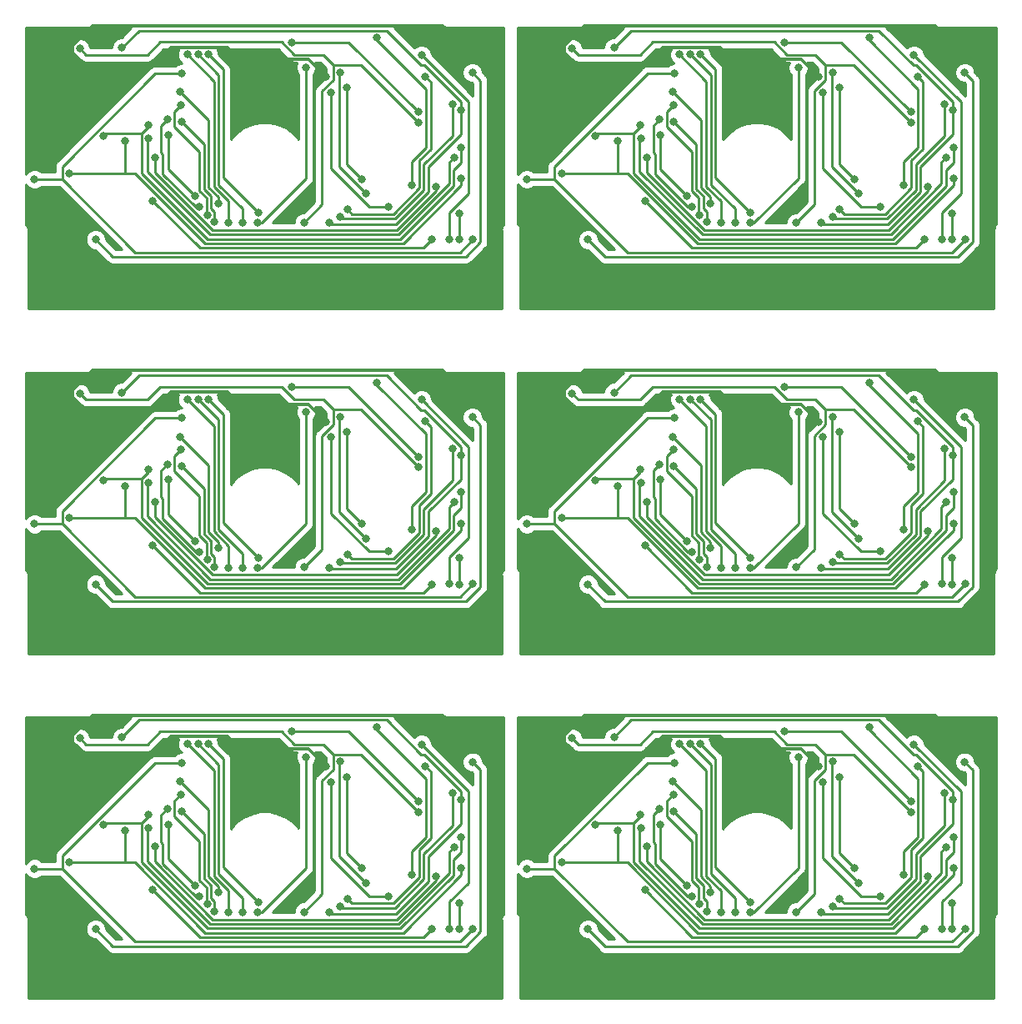
<source format=gbl>
G04 #@! TF.GenerationSoftware,KiCad,Pcbnew,(5.0.0)*
G04 #@! TF.CreationDate,2018-11-07T01:06:06+09:00*
G04 #@! TF.ProjectId,mbc1cartridge_test,6D6263316361727472696467655F7465,rev?*
G04 #@! TF.SameCoordinates,Original*
G04 #@! TF.FileFunction,Copper,L2,Bot,Signal*
G04 #@! TF.FilePolarity,Positive*
%FSLAX46Y46*%
G04 Gerber Fmt 4.6, Leading zero omitted, Abs format (unit mm)*
G04 Created by KiCad (PCBNEW (5.0.0)) date 11/07/18 01:06:06*
%MOMM*%
%LPD*%
G01*
G04 APERTURE LIST*
G04 #@! TA.AperFunction,ViaPad*
%ADD10C,0.800000*%
G04 #@! TD*
G04 #@! TA.AperFunction,Conductor*
%ADD11C,0.300000*%
G04 #@! TD*
G04 #@! TA.AperFunction,Conductor*
%ADD12C,0.250000*%
G04 #@! TD*
G04 #@! TA.AperFunction,Conductor*
%ADD13C,0.254000*%
G04 #@! TD*
G04 #@! TA.AperFunction,NonConductor*
%ADD14C,0.254000*%
G04 #@! TD*
G04 APERTURE END LIST*
D10*
G04 #@! TO.N,*
X103820300Y-86258700D03*
X91220800Y-90748400D03*
X70482300Y-90087500D03*
X96386900Y-86750000D03*
X99909200Y-101715000D03*
X67833400Y-107249300D03*
X106084100Y-90285000D03*
X78373500Y-103954500D03*
X75111500Y-95041400D03*
X79160400Y-104741400D03*
X76491500Y-93588600D03*
X76562200Y-95288800D03*
X79881100Y-105462100D03*
X77894200Y-102838400D03*
X75208200Y-96642700D03*
X81331800Y-105543900D03*
X77140000Y-88464200D03*
X82750000Y-105543300D03*
X78232800Y-88464200D03*
X89193200Y-89785200D03*
X84296600Y-105560400D03*
X84333400Y-104544200D03*
X79265900Y-88464200D03*
X80274500Y-103555400D03*
X76417100Y-92250000D03*
X100621800Y-95365000D03*
X66226100Y-87867600D03*
X89000000Y-105522900D03*
X91529200Y-105556900D03*
X70470800Y-87768700D03*
X104909900Y-94141000D03*
X92681100Y-104966400D03*
X104049800Y-93467600D03*
X93406400Y-104187200D03*
X101301600Y-90691300D03*
X94880900Y-101101400D03*
X93353900Y-91796100D03*
X95307400Y-102605600D03*
X92686500Y-90250000D03*
X91717700Y-92316100D03*
X97536200Y-103918600D03*
X101969200Y-107243900D03*
X73611900Y-103299700D03*
X103750000Y-107209200D03*
X100936900Y-88505300D03*
X104786600Y-104591600D03*
X104776300Y-107241500D03*
X76603600Y-90365200D03*
X61622000Y-101120800D03*
X106153400Y-107212900D03*
X87770500Y-87208200D03*
X100617100Y-94310300D03*
X104948000Y-97905000D03*
X73170100Y-95623400D03*
X68599600Y-96691300D03*
X104217800Y-98902400D03*
X73203500Y-96983500D03*
X70810000Y-97263800D03*
X104941000Y-101055500D03*
X65162300Y-100497900D03*
X102375100Y-101878800D03*
X73817900Y-98890300D03*
X103820300Y-51258700D03*
X91220800Y-55748400D03*
X70482300Y-55087500D03*
X96386900Y-51750000D03*
X99909200Y-66715000D03*
X67833400Y-72249300D03*
X106084100Y-55285000D03*
X78373500Y-68954500D03*
X75111500Y-60041400D03*
X79160400Y-69741400D03*
X76491500Y-58588600D03*
X76562200Y-60288800D03*
X79881100Y-70462100D03*
X77894200Y-67838400D03*
X75208200Y-61642700D03*
X81331800Y-70543900D03*
X77140000Y-53464200D03*
X82750000Y-70543300D03*
X78232800Y-53464200D03*
X89193200Y-54785200D03*
X84296600Y-70560400D03*
X84333400Y-69544200D03*
X79265900Y-53464200D03*
X80274500Y-68555400D03*
X76417100Y-57250000D03*
X100621800Y-60365000D03*
X66226100Y-52867600D03*
X89000000Y-70522900D03*
X91529200Y-70556900D03*
X70470800Y-52768700D03*
X104909900Y-59141000D03*
X92681100Y-69966400D03*
X104049800Y-58467600D03*
X93406400Y-69187200D03*
X101301600Y-55691300D03*
X94880900Y-66101400D03*
X93353900Y-56796100D03*
X95307400Y-67605600D03*
X92686500Y-55250000D03*
X91717700Y-57316100D03*
X97536200Y-68918600D03*
X101969200Y-72243900D03*
X73611900Y-68299700D03*
X103750000Y-72209200D03*
X100936900Y-53505300D03*
X104786600Y-69591600D03*
X104776300Y-72241500D03*
X76603600Y-55365200D03*
X61622000Y-66120800D03*
X106153400Y-72212900D03*
X87770500Y-52208200D03*
X100617100Y-59310300D03*
X104948000Y-62905000D03*
X73170100Y-60623400D03*
X68599600Y-61691300D03*
X104217800Y-63902400D03*
X73203500Y-61983500D03*
X70810000Y-62263800D03*
X104941000Y-66055500D03*
X65162300Y-65497900D03*
X102375100Y-66878800D03*
X73817900Y-63890300D03*
X153820300Y-121258700D03*
X141220800Y-125748400D03*
X120482300Y-125087500D03*
X146386900Y-121750000D03*
X149909200Y-136715000D03*
X117833400Y-142249300D03*
X156084100Y-125285000D03*
X128373500Y-138954500D03*
X125111500Y-130041400D03*
X129160400Y-139741400D03*
X126491500Y-128588600D03*
X126562200Y-130288800D03*
X129881100Y-140462100D03*
X127894200Y-137838400D03*
X125208200Y-131642700D03*
X131331800Y-140543900D03*
X127140000Y-123464200D03*
X132750000Y-140543300D03*
X128232800Y-123464200D03*
X139193200Y-124785200D03*
X134296600Y-140560400D03*
X134333400Y-139544200D03*
X129265900Y-123464200D03*
X130274500Y-138555400D03*
X126417100Y-127250000D03*
X150621800Y-130365000D03*
X116226100Y-122867600D03*
X139000000Y-140522900D03*
X141529200Y-140556900D03*
X120470800Y-122768700D03*
X154909900Y-129141000D03*
X142681100Y-139966400D03*
X154049800Y-128467600D03*
X143406400Y-139187200D03*
X151301600Y-125691300D03*
X144880900Y-136101400D03*
X143353900Y-126796100D03*
X145307400Y-137605600D03*
X142686500Y-125250000D03*
X141717700Y-127316100D03*
X147536200Y-138918600D03*
X151969200Y-142243900D03*
X123611900Y-138299700D03*
X153750000Y-142209200D03*
X150936900Y-123505300D03*
X154786600Y-139591600D03*
X154776300Y-142241500D03*
X126603600Y-125365200D03*
X111622000Y-136120800D03*
X156153400Y-142212900D03*
X137770500Y-122208200D03*
X150617100Y-129310300D03*
X154948000Y-132905000D03*
X123170100Y-130623400D03*
X118599600Y-131691300D03*
X154217800Y-133902400D03*
X123203500Y-131983500D03*
X120810000Y-132263800D03*
X154941000Y-136055500D03*
X115162300Y-135497900D03*
X152375100Y-136878800D03*
X123817900Y-133890300D03*
X153820300Y-86258700D03*
X141220800Y-90748400D03*
X120482300Y-90087500D03*
X146386900Y-86750000D03*
X149909200Y-101715000D03*
X117833400Y-107249300D03*
X156084100Y-90285000D03*
X128373500Y-103954500D03*
X125111500Y-95041400D03*
X129160400Y-104741400D03*
X126491500Y-93588600D03*
X126562200Y-95288800D03*
X129881100Y-105462100D03*
X127894200Y-102838400D03*
X125208200Y-96642700D03*
X131331800Y-105543900D03*
X127140000Y-88464200D03*
X132750000Y-105543300D03*
X128232800Y-88464200D03*
X139193200Y-89785200D03*
X134296600Y-105560400D03*
X134333400Y-104544200D03*
X129265900Y-88464200D03*
X130274500Y-103555400D03*
X126417100Y-92250000D03*
X150621800Y-95365000D03*
X116226100Y-87867600D03*
X139000000Y-105522900D03*
X141529200Y-105556900D03*
X120470800Y-87768700D03*
X154909900Y-94141000D03*
X142681100Y-104966400D03*
X154049800Y-93467600D03*
X143406400Y-104187200D03*
X151301600Y-90691300D03*
X144880900Y-101101400D03*
X143353900Y-91796100D03*
X145307400Y-102605600D03*
X142686500Y-90250000D03*
X141717700Y-92316100D03*
X147536200Y-103918600D03*
X151969200Y-107243900D03*
X123611900Y-103299700D03*
X153750000Y-107209200D03*
X150936900Y-88505300D03*
X154786600Y-104591600D03*
X154776300Y-107241500D03*
X126603600Y-90365200D03*
X111622000Y-101120800D03*
X156153400Y-107212900D03*
X137770500Y-87208200D03*
X150617100Y-94310300D03*
X154948000Y-97905000D03*
X123170100Y-95623400D03*
X118599600Y-96691300D03*
X154217800Y-98902400D03*
X123203500Y-96983500D03*
X120810000Y-97263800D03*
X154941000Y-101055500D03*
X115162300Y-100497900D03*
X152375100Y-101878800D03*
X123817900Y-98890300D03*
X153820300Y-51258700D03*
X141220800Y-55748400D03*
X120482300Y-55087500D03*
X146386900Y-51750000D03*
X149909200Y-66715000D03*
X117833400Y-72249300D03*
X156084100Y-55285000D03*
X128373500Y-68954500D03*
X125111500Y-60041400D03*
X129160400Y-69741400D03*
X126491500Y-58588600D03*
X126562200Y-60288800D03*
X129881100Y-70462100D03*
X127894200Y-67838400D03*
X125208200Y-61642700D03*
X131331800Y-70543900D03*
X127140000Y-53464200D03*
X132750000Y-70543300D03*
X128232800Y-53464200D03*
X139193200Y-54785200D03*
X134296600Y-70560400D03*
X134333400Y-69544200D03*
X129265900Y-53464200D03*
X130274500Y-68555400D03*
X126417100Y-57250000D03*
X150621800Y-60365000D03*
X116226100Y-52867600D03*
X139000000Y-70522900D03*
X141529200Y-70556900D03*
X120470800Y-52768700D03*
X154909900Y-59141000D03*
X142681100Y-69966400D03*
X154049800Y-58467600D03*
X143406400Y-69187200D03*
X151301600Y-55691300D03*
X144880900Y-66101400D03*
X143353900Y-56796100D03*
X145307400Y-67605600D03*
X142686500Y-55250000D03*
X141717700Y-57316100D03*
X147536200Y-68918600D03*
X151969200Y-72243900D03*
X123611900Y-68299700D03*
X153750000Y-72209200D03*
X150936900Y-53505300D03*
X154786600Y-69591600D03*
X154776300Y-72241500D03*
X126603600Y-55365200D03*
X111622000Y-66120800D03*
X156153400Y-72212900D03*
X137770500Y-52208200D03*
X150617100Y-59310300D03*
X154948000Y-62905000D03*
X123170100Y-60623400D03*
X118599600Y-61691300D03*
X154217800Y-63902400D03*
X123203500Y-61983500D03*
X120810000Y-62263800D03*
X154941000Y-66055500D03*
X115162300Y-65497900D03*
X152375100Y-66878800D03*
X123817900Y-63890300D03*
G04 #@! TO.N,GND*
X91220800Y-125748400D03*
X70482300Y-125087500D03*
X103820300Y-121258700D03*
G04 #@! TO.N,#RD*
X96386900Y-121750000D03*
X99909200Y-136715000D03*
G04 #@! TO.N,#RCS*
X67833400Y-142249300D03*
X106084100Y-125285000D03*
G04 #@! TO.N,A4*
X78373500Y-138954500D03*
X75111500Y-130041400D03*
G04 #@! TO.N,A5*
X79160400Y-139741400D03*
X76491500Y-128588600D03*
G04 #@! TO.N,A6*
X79881100Y-140462100D03*
X76562200Y-130288800D03*
G04 #@! TO.N,A7*
X77894200Y-137838400D03*
X75208200Y-131642700D03*
G04 #@! TO.N,A8*
X81331800Y-140543900D03*
X77140000Y-123464200D03*
G04 #@! TO.N,A9*
X82750000Y-140543300D03*
X78232800Y-123464200D03*
G04 #@! TO.N,A10*
X84296600Y-140560400D03*
X89193200Y-124785200D03*
G04 #@! TO.N,A11*
X84333400Y-139544200D03*
X79265900Y-123464200D03*
G04 #@! TO.N,A12*
X80274500Y-138555400D03*
X76417100Y-127250000D03*
G04 #@! TO.N,(A13*
X66226100Y-122867600D03*
X89000000Y-140522900D03*
X100621800Y-130365000D03*
G04 #@! TO.N,(A14*
X91529200Y-140556900D03*
X70470800Y-122768700D03*
X104909900Y-129141000D03*
G04 #@! TO.N,(A15*
X92681100Y-139966400D03*
X104049800Y-128467600D03*
G04 #@! TO.N,D0*
X93406400Y-139187200D03*
X101301600Y-125691300D03*
G04 #@! TO.N,D2*
X94880900Y-136101400D03*
X93353900Y-126796100D03*
G04 #@! TO.N,D3*
X95307400Y-137605600D03*
X92686500Y-125250000D03*
G04 #@! TO.N,D5*
X97536200Y-138918600D03*
X91717700Y-127316100D03*
G04 #@! TO.N,D6*
X101969200Y-142243900D03*
X73611900Y-138299700D03*
G04 #@! TO.N,D7*
X103750000Y-142209200D03*
X100936900Y-123505300D03*
G04 #@! TO.N,#RS*
X104776300Y-142241500D03*
X104786600Y-139591600D03*
G04 #@! TO.N,VIN*
X106153400Y-142212900D03*
X76603600Y-125365200D03*
X61622000Y-136120800D03*
G04 #@! TO.N,A14*
X87770500Y-122208200D03*
X100617100Y-129310300D03*
G04 #@! TO.N,A15*
X73170100Y-130623400D03*
X104948000Y-132905000D03*
X68599600Y-131691300D03*
G04 #@! TO.N,A16*
X73203500Y-131983500D03*
X104217800Y-133902400D03*
G04 #@! TO.N,A17*
X104941000Y-136055500D03*
X65162300Y-135497900D03*
X70810000Y-132263800D03*
G04 #@! TO.N,A18*
X73817900Y-133890300D03*
X102375100Y-136878800D03*
G04 #@! TD*
D11*
G04 #@! TO.N,*
X81238000Y-87713800D02*
X82497600Y-88973400D01*
X82497600Y-88973400D02*
X89445800Y-88973400D01*
X89445800Y-88973400D02*
X91220800Y-90748400D01*
X103820300Y-86258700D02*
X103094100Y-85532500D01*
X103094100Y-85532500D02*
X67493600Y-85532500D01*
X70482300Y-90081300D02*
X73070500Y-90081300D01*
X73070500Y-90081300D02*
X75438000Y-87713800D01*
X75438000Y-87713800D02*
X81238000Y-87713800D01*
X65468100Y-88244600D02*
X67304800Y-90081300D01*
X65468100Y-87558000D02*
X65468100Y-88244600D01*
X70482300Y-90087500D02*
X70482300Y-90081300D01*
X67493600Y-85532500D02*
X65468100Y-87558000D01*
X67304800Y-90081300D02*
X70482300Y-90081300D01*
D12*
X96386900Y-87020700D02*
X101353500Y-91987300D01*
X101353500Y-97911900D02*
X99909200Y-99356200D01*
X96386900Y-86750000D02*
X96386900Y-87020700D01*
X101353500Y-91987300D02*
X101353500Y-97911900D01*
X99909200Y-99356200D02*
X99909200Y-101715000D01*
X67833400Y-107249300D02*
X69571600Y-108987500D01*
X106894500Y-91095400D02*
X106084100Y-90285000D01*
X106894500Y-107505100D02*
X106894500Y-91095400D01*
X69571600Y-108987500D02*
X105412100Y-108987500D01*
X105412100Y-108987500D02*
X106894500Y-107505100D01*
X77984500Y-103954500D02*
X74655300Y-100625300D01*
X78373500Y-103954500D02*
X77984500Y-103954500D01*
X74655300Y-98589800D02*
X74482900Y-98417400D01*
X74655300Y-100625300D02*
X74655300Y-98589800D01*
X74482900Y-95670000D02*
X75111500Y-95041400D01*
X74482900Y-98417400D02*
X74482900Y-95670000D01*
X79098800Y-103017100D02*
X78380700Y-102299000D01*
X78380700Y-102299000D02*
X78380700Y-98325300D01*
X75836900Y-94243200D02*
X76491500Y-93588600D01*
X75836900Y-95781500D02*
X75836900Y-94243200D01*
X78380700Y-98325300D02*
X75836900Y-95781500D01*
X79160400Y-104741400D02*
X79098800Y-104679800D01*
X79098800Y-104679800D02*
X79098800Y-103017100D01*
X79885700Y-104440900D02*
X79549100Y-104104300D01*
X79549100Y-104104300D02*
X79549100Y-102830500D01*
X79881100Y-105462100D02*
X79885700Y-105457500D01*
X79885700Y-105457500D02*
X79885700Y-104440900D01*
X79549100Y-102830500D02*
X78831000Y-102112400D01*
X78831000Y-97557600D02*
X76562200Y-95288800D01*
X78831000Y-102112400D02*
X78831000Y-97557600D01*
X75208200Y-100152400D02*
X77894200Y-102838400D01*
X75208200Y-96642700D02*
X75208200Y-100152400D01*
X77140000Y-88464200D02*
X79861900Y-91186100D01*
X79861900Y-101869500D02*
X81331800Y-103339400D01*
X79861900Y-91186100D02*
X79861900Y-101869500D01*
X81331800Y-103339400D02*
X81331800Y-105543900D01*
X78240300Y-88464300D02*
X80312100Y-90536100D01*
X78232800Y-88464200D02*
X78240300Y-88464200D01*
X78240300Y-88464200D02*
X78240300Y-88464300D01*
X80312200Y-90536100D02*
X80312200Y-101682900D01*
X80312100Y-90536100D02*
X80312200Y-90536100D01*
X80312200Y-101682900D02*
X82750000Y-104120700D01*
X82750000Y-104120700D02*
X82750000Y-105543300D01*
X84691200Y-105560400D02*
X89193200Y-101058400D01*
X84296600Y-105560400D02*
X84691200Y-105560400D01*
X89193200Y-101058400D02*
X89193200Y-89785200D01*
X79265900Y-88464200D02*
X80762600Y-89960900D01*
X80762600Y-89960900D02*
X80762600Y-100973400D01*
X80762600Y-100973400D02*
X84333400Y-104544200D01*
X79298900Y-101943400D02*
X79298900Y-95131800D01*
X80274500Y-103555400D02*
X80274500Y-102919000D01*
X79298900Y-95131800D02*
X76417100Y-92250000D01*
X80274500Y-102919000D02*
X79298900Y-101943400D01*
X66226100Y-87867600D02*
X66852600Y-88494100D01*
X73094800Y-88494100D02*
X74400400Y-87188500D01*
X91946100Y-91048900D02*
X91946100Y-89520400D01*
X89000000Y-105522900D02*
X90821200Y-103701700D01*
X90821200Y-103701700D02*
X90821200Y-92173800D01*
X74400400Y-87188500D02*
X86725100Y-87188500D01*
X66852600Y-88494100D02*
X73094800Y-88494100D01*
X88034600Y-88498000D02*
X90923700Y-88498000D01*
X94777200Y-89520400D02*
X100621800Y-95365000D01*
X90923700Y-88498000D02*
X91946100Y-89520400D01*
X91946100Y-89520400D02*
X94777200Y-89520400D01*
X90821200Y-92173800D02*
X91946100Y-91048900D01*
X86725100Y-87188500D02*
X88034600Y-88498000D01*
X104909900Y-94141000D02*
X104909900Y-96567000D01*
X104909900Y-93263000D02*
X104909900Y-94141000D01*
X101619100Y-99857800D02*
X101619100Y-102385200D01*
X70470800Y-87768700D02*
X72214900Y-86024600D01*
X97366200Y-86024600D02*
X100890300Y-89548700D01*
X91668200Y-105695900D02*
X91529200Y-105556900D01*
X101195600Y-89548700D02*
X104909900Y-93263000D01*
X100890300Y-89548700D02*
X101195600Y-89548700D01*
X104909900Y-96567000D02*
X101619100Y-99857800D01*
X72214900Y-86024600D02*
X97366200Y-86024600D01*
X98308400Y-105695900D02*
X91668200Y-105695900D01*
X101619100Y-102385200D02*
X98308400Y-105695900D01*
X101137900Y-99625300D02*
X104049800Y-96713400D01*
X92808900Y-105094200D02*
X98233000Y-105094200D01*
X98233000Y-105094200D02*
X101137900Y-102189300D01*
X101137900Y-102189300D02*
X101137900Y-99625300D01*
X104049800Y-96713400D02*
X104049800Y-93467600D01*
X92681100Y-104966400D02*
X92808900Y-105094200D01*
X101301600Y-90691300D02*
X101849800Y-91239500D01*
X100687600Y-101993400D02*
X98037100Y-104643900D01*
X93863100Y-104643900D02*
X93406400Y-104187200D01*
X98037100Y-104643900D02*
X93863100Y-104643900D01*
X101849800Y-91239500D02*
X101849800Y-98052500D01*
X100687600Y-99214700D02*
X100687600Y-101993400D01*
X101849800Y-98052500D02*
X100687600Y-99214700D01*
X93353900Y-91796100D02*
X93353900Y-99574400D01*
X93353900Y-99574400D02*
X94880900Y-101101400D01*
X95307400Y-102605600D02*
X92598600Y-99896800D01*
X92598600Y-99896800D02*
X92598600Y-90337900D01*
X92598600Y-90337900D02*
X92686500Y-90250000D01*
X97536200Y-103918600D02*
X95578900Y-103918600D01*
X95578900Y-103918600D02*
X91717700Y-100057400D01*
X91717700Y-100057400D02*
X91717700Y-92316100D01*
X78399100Y-108086900D02*
X101126200Y-108086900D01*
X101126200Y-108086900D02*
X101969200Y-107243900D01*
X73611900Y-103299700D02*
X78399100Y-108086900D01*
X100936900Y-88505300D02*
X105693700Y-93262100D01*
X105693700Y-102543900D02*
X103750000Y-104487600D01*
X105693700Y-93262100D02*
X105693700Y-102543900D01*
X103750000Y-104487600D02*
X103750000Y-107209200D01*
X104786600Y-104591600D02*
X104786600Y-107231200D01*
X104786600Y-107231200D02*
X104776300Y-107241500D01*
X64436900Y-101120800D02*
X64436900Y-99821200D01*
X64436900Y-101120800D02*
X71853300Y-108537200D01*
X104829100Y-108537200D02*
X106153400Y-107212900D01*
X71853300Y-108537200D02*
X104829100Y-108537200D01*
X64436900Y-99821200D02*
X73892900Y-90365200D01*
X73892900Y-90365200D02*
X76603600Y-90365200D01*
X61622000Y-101120800D02*
X64436900Y-101120800D01*
X100617100Y-94310300D02*
X93515000Y-87208200D01*
X93515000Y-87208200D02*
X87770500Y-87208200D01*
X68599600Y-96691300D02*
X68783100Y-96507800D01*
X104188300Y-101785200D02*
X104188300Y-100232300D01*
X104188300Y-100232300D02*
X104948000Y-99472600D01*
X73170100Y-95812100D02*
X73170100Y-95623400D01*
X104948000Y-99472600D02*
X104948000Y-97905000D01*
X98787200Y-107186300D02*
X104188300Y-101785200D01*
X72474400Y-100499500D02*
X79161200Y-107186300D01*
X68783100Y-96507800D02*
X72474400Y-96507800D01*
X72474400Y-96507800D02*
X72474400Y-100499500D01*
X72474400Y-96507800D02*
X73170100Y-95812100D01*
X79161200Y-107186300D02*
X98787200Y-107186300D01*
X73072700Y-100356300D02*
X79452400Y-106736000D01*
X79452400Y-106736000D02*
X98591400Y-106736000D01*
X103738000Y-99382200D02*
X104217800Y-98902400D01*
X103738000Y-101589400D02*
X103738000Y-99382200D01*
X73203500Y-96983500D02*
X73072700Y-97114300D01*
X98591400Y-106736000D02*
X103738000Y-101589400D01*
X73072700Y-97114300D02*
X73072700Y-100356300D01*
X70810000Y-100497900D02*
X71835900Y-100497900D01*
X104941000Y-101744800D02*
X104941000Y-101055500D01*
X71835900Y-100497900D02*
X78974600Y-107636600D01*
X70810000Y-97263800D02*
X70810000Y-100497900D01*
X78974600Y-107636600D02*
X99049200Y-107636600D01*
X70810000Y-100497900D02*
X65162300Y-100497900D01*
X99049200Y-107636600D02*
X104941000Y-101744800D01*
X73817900Y-100424800D02*
X79678800Y-106285700D01*
X79678800Y-106285700D02*
X98395600Y-106285700D01*
X73817900Y-98890300D02*
X73817900Y-100424800D01*
X102375100Y-102306200D02*
X102375100Y-101878800D01*
X98395600Y-106285700D02*
X102375100Y-102306200D01*
D11*
X81238000Y-52713800D02*
X82497600Y-53973400D01*
X82497600Y-53973400D02*
X89445800Y-53973400D01*
X89445800Y-53973400D02*
X91220800Y-55748400D01*
X103820300Y-51258700D02*
X103094100Y-50532500D01*
X103094100Y-50532500D02*
X67493600Y-50532500D01*
X70482300Y-55081300D02*
X73070500Y-55081300D01*
X73070500Y-55081300D02*
X75438000Y-52713800D01*
X75438000Y-52713800D02*
X81238000Y-52713800D01*
X65468100Y-53244600D02*
X67304800Y-55081300D01*
X65468100Y-52558000D02*
X65468100Y-53244600D01*
X70482300Y-55087500D02*
X70482300Y-55081300D01*
X67493600Y-50532500D02*
X65468100Y-52558000D01*
X67304800Y-55081300D02*
X70482300Y-55081300D01*
D12*
X96386900Y-52020700D02*
X101353500Y-56987300D01*
X101353500Y-62911900D02*
X99909200Y-64356200D01*
X96386900Y-51750000D02*
X96386900Y-52020700D01*
X101353500Y-56987300D02*
X101353500Y-62911900D01*
X99909200Y-64356200D02*
X99909200Y-66715000D01*
X67833400Y-72249300D02*
X69571600Y-73987500D01*
X106894500Y-56095400D02*
X106084100Y-55285000D01*
X106894500Y-72505100D02*
X106894500Y-56095400D01*
X69571600Y-73987500D02*
X105412100Y-73987500D01*
X105412100Y-73987500D02*
X106894500Y-72505100D01*
X77984500Y-68954500D02*
X74655300Y-65625300D01*
X78373500Y-68954500D02*
X77984500Y-68954500D01*
X74655300Y-63589800D02*
X74482900Y-63417400D01*
X74655300Y-65625300D02*
X74655300Y-63589800D01*
X74482900Y-60670000D02*
X75111500Y-60041400D01*
X74482900Y-63417400D02*
X74482900Y-60670000D01*
X79098800Y-68017100D02*
X78380700Y-67299000D01*
X78380700Y-67299000D02*
X78380700Y-63325300D01*
X75836900Y-59243200D02*
X76491500Y-58588600D01*
X75836900Y-60781500D02*
X75836900Y-59243200D01*
X78380700Y-63325300D02*
X75836900Y-60781500D01*
X79160400Y-69741400D02*
X79098800Y-69679800D01*
X79098800Y-69679800D02*
X79098800Y-68017100D01*
X79885700Y-69440900D02*
X79549100Y-69104300D01*
X79549100Y-69104300D02*
X79549100Y-67830500D01*
X79881100Y-70462100D02*
X79885700Y-70457500D01*
X79885700Y-70457500D02*
X79885700Y-69440900D01*
X79549100Y-67830500D02*
X78831000Y-67112400D01*
X78831000Y-62557600D02*
X76562200Y-60288800D01*
X78831000Y-67112400D02*
X78831000Y-62557600D01*
X75208200Y-65152400D02*
X77894200Y-67838400D01*
X75208200Y-61642700D02*
X75208200Y-65152400D01*
X77140000Y-53464200D02*
X79861900Y-56186100D01*
X79861900Y-66869500D02*
X81331800Y-68339400D01*
X79861900Y-56186100D02*
X79861900Y-66869500D01*
X81331800Y-68339400D02*
X81331800Y-70543900D01*
X78240300Y-53464300D02*
X80312100Y-55536100D01*
X78232800Y-53464200D02*
X78240300Y-53464200D01*
X78240300Y-53464200D02*
X78240300Y-53464300D01*
X80312200Y-55536100D02*
X80312200Y-66682900D01*
X80312100Y-55536100D02*
X80312200Y-55536100D01*
X80312200Y-66682900D02*
X82750000Y-69120700D01*
X82750000Y-69120700D02*
X82750000Y-70543300D01*
X84691200Y-70560400D02*
X89193200Y-66058400D01*
X84296600Y-70560400D02*
X84691200Y-70560400D01*
X89193200Y-66058400D02*
X89193200Y-54785200D01*
X79265900Y-53464200D02*
X80762600Y-54960900D01*
X80762600Y-54960900D02*
X80762600Y-65973400D01*
X80762600Y-65973400D02*
X84333400Y-69544200D01*
X79298900Y-66943400D02*
X79298900Y-60131800D01*
X80274500Y-68555400D02*
X80274500Y-67919000D01*
X79298900Y-60131800D02*
X76417100Y-57250000D01*
X80274500Y-67919000D02*
X79298900Y-66943400D01*
X66226100Y-52867600D02*
X66852600Y-53494100D01*
X73094800Y-53494100D02*
X74400400Y-52188500D01*
X91946100Y-56048900D02*
X91946100Y-54520400D01*
X89000000Y-70522900D02*
X90821200Y-68701700D01*
X90821200Y-68701700D02*
X90821200Y-57173800D01*
X74400400Y-52188500D02*
X86725100Y-52188500D01*
X66852600Y-53494100D02*
X73094800Y-53494100D01*
X88034600Y-53498000D02*
X90923700Y-53498000D01*
X94777200Y-54520400D02*
X100621800Y-60365000D01*
X90923700Y-53498000D02*
X91946100Y-54520400D01*
X91946100Y-54520400D02*
X94777200Y-54520400D01*
X90821200Y-57173800D02*
X91946100Y-56048900D01*
X86725100Y-52188500D02*
X88034600Y-53498000D01*
X104909900Y-59141000D02*
X104909900Y-61567000D01*
X104909900Y-58263000D02*
X104909900Y-59141000D01*
X101619100Y-64857800D02*
X101619100Y-67385200D01*
X70470800Y-52768700D02*
X72214900Y-51024600D01*
X97366200Y-51024600D02*
X100890300Y-54548700D01*
X91668200Y-70695900D02*
X91529200Y-70556900D01*
X101195600Y-54548700D02*
X104909900Y-58263000D01*
X100890300Y-54548700D02*
X101195600Y-54548700D01*
X104909900Y-61567000D02*
X101619100Y-64857800D01*
X72214900Y-51024600D02*
X97366200Y-51024600D01*
X98308400Y-70695900D02*
X91668200Y-70695900D01*
X101619100Y-67385200D02*
X98308400Y-70695900D01*
X101137900Y-64625300D02*
X104049800Y-61713400D01*
X92808900Y-70094200D02*
X98233000Y-70094200D01*
X98233000Y-70094200D02*
X101137900Y-67189300D01*
X101137900Y-67189300D02*
X101137900Y-64625300D01*
X104049800Y-61713400D02*
X104049800Y-58467600D01*
X92681100Y-69966400D02*
X92808900Y-70094200D01*
X101301600Y-55691300D02*
X101849800Y-56239500D01*
X100687600Y-66993400D02*
X98037100Y-69643900D01*
X93863100Y-69643900D02*
X93406400Y-69187200D01*
X98037100Y-69643900D02*
X93863100Y-69643900D01*
X101849800Y-56239500D02*
X101849800Y-63052500D01*
X100687600Y-64214700D02*
X100687600Y-66993400D01*
X101849800Y-63052500D02*
X100687600Y-64214700D01*
X93353900Y-56796100D02*
X93353900Y-64574400D01*
X93353900Y-64574400D02*
X94880900Y-66101400D01*
X95307400Y-67605600D02*
X92598600Y-64896800D01*
X92598600Y-64896800D02*
X92598600Y-55337900D01*
X92598600Y-55337900D02*
X92686500Y-55250000D01*
X97536200Y-68918600D02*
X95578900Y-68918600D01*
X95578900Y-68918600D02*
X91717700Y-65057400D01*
X91717700Y-65057400D02*
X91717700Y-57316100D01*
X78399100Y-73086900D02*
X101126200Y-73086900D01*
X101126200Y-73086900D02*
X101969200Y-72243900D01*
X73611900Y-68299700D02*
X78399100Y-73086900D01*
X100936900Y-53505300D02*
X105693700Y-58262100D01*
X105693700Y-67543900D02*
X103750000Y-69487600D01*
X105693700Y-58262100D02*
X105693700Y-67543900D01*
X103750000Y-69487600D02*
X103750000Y-72209200D01*
X104786600Y-69591600D02*
X104786600Y-72231200D01*
X104786600Y-72231200D02*
X104776300Y-72241500D01*
X64436900Y-66120800D02*
X64436900Y-64821200D01*
X64436900Y-66120800D02*
X71853300Y-73537200D01*
X104829100Y-73537200D02*
X106153400Y-72212900D01*
X71853300Y-73537200D02*
X104829100Y-73537200D01*
X64436900Y-64821200D02*
X73892900Y-55365200D01*
X73892900Y-55365200D02*
X76603600Y-55365200D01*
X61622000Y-66120800D02*
X64436900Y-66120800D01*
X100617100Y-59310300D02*
X93515000Y-52208200D01*
X93515000Y-52208200D02*
X87770500Y-52208200D01*
X68599600Y-61691300D02*
X68783100Y-61507800D01*
X104188300Y-66785200D02*
X104188300Y-65232300D01*
X104188300Y-65232300D02*
X104948000Y-64472600D01*
X73170100Y-60812100D02*
X73170100Y-60623400D01*
X104948000Y-64472600D02*
X104948000Y-62905000D01*
X98787200Y-72186300D02*
X104188300Y-66785200D01*
X72474400Y-65499500D02*
X79161200Y-72186300D01*
X68783100Y-61507800D02*
X72474400Y-61507800D01*
X72474400Y-61507800D02*
X72474400Y-65499500D01*
X72474400Y-61507800D02*
X73170100Y-60812100D01*
X79161200Y-72186300D02*
X98787200Y-72186300D01*
X73072700Y-65356300D02*
X79452400Y-71736000D01*
X79452400Y-71736000D02*
X98591400Y-71736000D01*
X103738000Y-64382200D02*
X104217800Y-63902400D01*
X103738000Y-66589400D02*
X103738000Y-64382200D01*
X73203500Y-61983500D02*
X73072700Y-62114300D01*
X98591400Y-71736000D02*
X103738000Y-66589400D01*
X73072700Y-62114300D02*
X73072700Y-65356300D01*
X70810000Y-65497900D02*
X71835900Y-65497900D01*
X104941000Y-66744800D02*
X104941000Y-66055500D01*
X71835900Y-65497900D02*
X78974600Y-72636600D01*
X70810000Y-62263800D02*
X70810000Y-65497900D01*
X78974600Y-72636600D02*
X99049200Y-72636600D01*
X70810000Y-65497900D02*
X65162300Y-65497900D01*
X99049200Y-72636600D02*
X104941000Y-66744800D01*
X73817900Y-65424800D02*
X79678800Y-71285700D01*
X79678800Y-71285700D02*
X98395600Y-71285700D01*
X73817900Y-63890300D02*
X73817900Y-65424800D01*
X102375100Y-67306200D02*
X102375100Y-66878800D01*
X98395600Y-71285700D02*
X102375100Y-67306200D01*
D11*
X131238000Y-122713800D02*
X132497600Y-123973400D01*
X132497600Y-123973400D02*
X139445800Y-123973400D01*
X139445800Y-123973400D02*
X141220800Y-125748400D01*
X153820300Y-121258700D02*
X153094100Y-120532500D01*
X153094100Y-120532500D02*
X117493600Y-120532500D01*
X120482300Y-125081300D02*
X123070500Y-125081300D01*
X123070500Y-125081300D02*
X125438000Y-122713800D01*
X125438000Y-122713800D02*
X131238000Y-122713800D01*
X115468100Y-123244600D02*
X117304800Y-125081300D01*
X115468100Y-122558000D02*
X115468100Y-123244600D01*
X120482300Y-125087500D02*
X120482300Y-125081300D01*
X117493600Y-120532500D02*
X115468100Y-122558000D01*
X117304800Y-125081300D02*
X120482300Y-125081300D01*
D12*
X146386900Y-122020700D02*
X151353500Y-126987300D01*
X151353500Y-132911900D02*
X149909200Y-134356200D01*
X146386900Y-121750000D02*
X146386900Y-122020700D01*
X151353500Y-126987300D02*
X151353500Y-132911900D01*
X149909200Y-134356200D02*
X149909200Y-136715000D01*
X117833400Y-142249300D02*
X119571600Y-143987500D01*
X156894500Y-126095400D02*
X156084100Y-125285000D01*
X156894500Y-142505100D02*
X156894500Y-126095400D01*
X119571600Y-143987500D02*
X155412100Y-143987500D01*
X155412100Y-143987500D02*
X156894500Y-142505100D01*
X127984500Y-138954500D02*
X124655300Y-135625300D01*
X128373500Y-138954500D02*
X127984500Y-138954500D01*
X124655300Y-133589800D02*
X124482900Y-133417400D01*
X124655300Y-135625300D02*
X124655300Y-133589800D01*
X124482900Y-130670000D02*
X125111500Y-130041400D01*
X124482900Y-133417400D02*
X124482900Y-130670000D01*
X129098800Y-138017100D02*
X128380700Y-137299000D01*
X128380700Y-137299000D02*
X128380700Y-133325300D01*
X125836900Y-129243200D02*
X126491500Y-128588600D01*
X125836900Y-130781500D02*
X125836900Y-129243200D01*
X128380700Y-133325300D02*
X125836900Y-130781500D01*
X129160400Y-139741400D02*
X129098800Y-139679800D01*
X129098800Y-139679800D02*
X129098800Y-138017100D01*
X129885700Y-139440900D02*
X129549100Y-139104300D01*
X129549100Y-139104300D02*
X129549100Y-137830500D01*
X129881100Y-140462100D02*
X129885700Y-140457500D01*
X129885700Y-140457500D02*
X129885700Y-139440900D01*
X129549100Y-137830500D02*
X128831000Y-137112400D01*
X128831000Y-132557600D02*
X126562200Y-130288800D01*
X128831000Y-137112400D02*
X128831000Y-132557600D01*
X125208200Y-135152400D02*
X127894200Y-137838400D01*
X125208200Y-131642700D02*
X125208200Y-135152400D01*
X127140000Y-123464200D02*
X129861900Y-126186100D01*
X129861900Y-136869500D02*
X131331800Y-138339400D01*
X129861900Y-126186100D02*
X129861900Y-136869500D01*
X131331800Y-138339400D02*
X131331800Y-140543900D01*
X128240300Y-123464300D02*
X130312100Y-125536100D01*
X128232800Y-123464200D02*
X128240300Y-123464200D01*
X128240300Y-123464200D02*
X128240300Y-123464300D01*
X130312200Y-125536100D02*
X130312200Y-136682900D01*
X130312100Y-125536100D02*
X130312200Y-125536100D01*
X130312200Y-136682900D02*
X132750000Y-139120700D01*
X132750000Y-139120700D02*
X132750000Y-140543300D01*
X134691200Y-140560400D02*
X139193200Y-136058400D01*
X134296600Y-140560400D02*
X134691200Y-140560400D01*
X139193200Y-136058400D02*
X139193200Y-124785200D01*
X129265900Y-123464200D02*
X130762600Y-124960900D01*
X130762600Y-124960900D02*
X130762600Y-135973400D01*
X130762600Y-135973400D02*
X134333400Y-139544200D01*
X129298900Y-136943400D02*
X129298900Y-130131800D01*
X130274500Y-138555400D02*
X130274500Y-137919000D01*
X129298900Y-130131800D02*
X126417100Y-127250000D01*
X130274500Y-137919000D02*
X129298900Y-136943400D01*
X116226100Y-122867600D02*
X116852600Y-123494100D01*
X123094800Y-123494100D02*
X124400400Y-122188500D01*
X141946100Y-126048900D02*
X141946100Y-124520400D01*
X139000000Y-140522900D02*
X140821200Y-138701700D01*
X140821200Y-138701700D02*
X140821200Y-127173800D01*
X124400400Y-122188500D02*
X136725100Y-122188500D01*
X116852600Y-123494100D02*
X123094800Y-123494100D01*
X138034600Y-123498000D02*
X140923700Y-123498000D01*
X144777200Y-124520400D02*
X150621800Y-130365000D01*
X140923700Y-123498000D02*
X141946100Y-124520400D01*
X141946100Y-124520400D02*
X144777200Y-124520400D01*
X140821200Y-127173800D02*
X141946100Y-126048900D01*
X136725100Y-122188500D02*
X138034600Y-123498000D01*
X154909900Y-129141000D02*
X154909900Y-131567000D01*
X154909900Y-128263000D02*
X154909900Y-129141000D01*
X151619100Y-134857800D02*
X151619100Y-137385200D01*
X120470800Y-122768700D02*
X122214900Y-121024600D01*
X147366200Y-121024600D02*
X150890300Y-124548700D01*
X141668200Y-140695900D02*
X141529200Y-140556900D01*
X151195600Y-124548700D02*
X154909900Y-128263000D01*
X150890300Y-124548700D02*
X151195600Y-124548700D01*
X154909900Y-131567000D02*
X151619100Y-134857800D01*
X122214900Y-121024600D02*
X147366200Y-121024600D01*
X148308400Y-140695900D02*
X141668200Y-140695900D01*
X151619100Y-137385200D02*
X148308400Y-140695900D01*
X151137900Y-134625300D02*
X154049800Y-131713400D01*
X142808900Y-140094200D02*
X148233000Y-140094200D01*
X148233000Y-140094200D02*
X151137900Y-137189300D01*
X151137900Y-137189300D02*
X151137900Y-134625300D01*
X154049800Y-131713400D02*
X154049800Y-128467600D01*
X142681100Y-139966400D02*
X142808900Y-140094200D01*
X151301600Y-125691300D02*
X151849800Y-126239500D01*
X150687600Y-136993400D02*
X148037100Y-139643900D01*
X143863100Y-139643900D02*
X143406400Y-139187200D01*
X148037100Y-139643900D02*
X143863100Y-139643900D01*
X151849800Y-126239500D02*
X151849800Y-133052500D01*
X150687600Y-134214700D02*
X150687600Y-136993400D01*
X151849800Y-133052500D02*
X150687600Y-134214700D01*
X143353900Y-126796100D02*
X143353900Y-134574400D01*
X143353900Y-134574400D02*
X144880900Y-136101400D01*
X145307400Y-137605600D02*
X142598600Y-134896800D01*
X142598600Y-134896800D02*
X142598600Y-125337900D01*
X142598600Y-125337900D02*
X142686500Y-125250000D01*
X147536200Y-138918600D02*
X145578900Y-138918600D01*
X145578900Y-138918600D02*
X141717700Y-135057400D01*
X141717700Y-135057400D02*
X141717700Y-127316100D01*
X128399100Y-143086900D02*
X151126200Y-143086900D01*
X151126200Y-143086900D02*
X151969200Y-142243900D01*
X123611900Y-138299700D02*
X128399100Y-143086900D01*
X150936900Y-123505300D02*
X155693700Y-128262100D01*
X155693700Y-137543900D02*
X153750000Y-139487600D01*
X155693700Y-128262100D02*
X155693700Y-137543900D01*
X153750000Y-139487600D02*
X153750000Y-142209200D01*
X154786600Y-139591600D02*
X154786600Y-142231200D01*
X154786600Y-142231200D02*
X154776300Y-142241500D01*
X114436900Y-136120800D02*
X114436900Y-134821200D01*
X114436900Y-136120800D02*
X121853300Y-143537200D01*
X154829100Y-143537200D02*
X156153400Y-142212900D01*
X121853300Y-143537200D02*
X154829100Y-143537200D01*
X114436900Y-134821200D02*
X123892900Y-125365200D01*
X123892900Y-125365200D02*
X126603600Y-125365200D01*
X111622000Y-136120800D02*
X114436900Y-136120800D01*
X150617100Y-129310300D02*
X143515000Y-122208200D01*
X143515000Y-122208200D02*
X137770500Y-122208200D01*
X118599600Y-131691300D02*
X118783100Y-131507800D01*
X154188300Y-136785200D02*
X154188300Y-135232300D01*
X154188300Y-135232300D02*
X154948000Y-134472600D01*
X123170100Y-130812100D02*
X123170100Y-130623400D01*
X154948000Y-134472600D02*
X154948000Y-132905000D01*
X148787200Y-142186300D02*
X154188300Y-136785200D01*
X122474400Y-135499500D02*
X129161200Y-142186300D01*
X118783100Y-131507800D02*
X122474400Y-131507800D01*
X122474400Y-131507800D02*
X122474400Y-135499500D01*
X122474400Y-131507800D02*
X123170100Y-130812100D01*
X129161200Y-142186300D02*
X148787200Y-142186300D01*
X123072700Y-135356300D02*
X129452400Y-141736000D01*
X129452400Y-141736000D02*
X148591400Y-141736000D01*
X153738000Y-134382200D02*
X154217800Y-133902400D01*
X153738000Y-136589400D02*
X153738000Y-134382200D01*
X123203500Y-131983500D02*
X123072700Y-132114300D01*
X148591400Y-141736000D02*
X153738000Y-136589400D01*
X123072700Y-132114300D02*
X123072700Y-135356300D01*
X120810000Y-135497900D02*
X121835900Y-135497900D01*
X154941000Y-136744800D02*
X154941000Y-136055500D01*
X121835900Y-135497900D02*
X128974600Y-142636600D01*
X120810000Y-132263800D02*
X120810000Y-135497900D01*
X128974600Y-142636600D02*
X149049200Y-142636600D01*
X120810000Y-135497900D02*
X115162300Y-135497900D01*
X149049200Y-142636600D02*
X154941000Y-136744800D01*
X123817900Y-135424800D02*
X129678800Y-141285700D01*
X129678800Y-141285700D02*
X148395600Y-141285700D01*
X123817900Y-133890300D02*
X123817900Y-135424800D01*
X152375100Y-137306200D02*
X152375100Y-136878800D01*
X148395600Y-141285700D02*
X152375100Y-137306200D01*
D11*
X131238000Y-87713800D02*
X132497600Y-88973400D01*
X132497600Y-88973400D02*
X139445800Y-88973400D01*
X139445800Y-88973400D02*
X141220800Y-90748400D01*
X153820300Y-86258700D02*
X153094100Y-85532500D01*
X153094100Y-85532500D02*
X117493600Y-85532500D01*
X120482300Y-90081300D02*
X123070500Y-90081300D01*
X123070500Y-90081300D02*
X125438000Y-87713800D01*
X125438000Y-87713800D02*
X131238000Y-87713800D01*
X115468100Y-88244600D02*
X117304800Y-90081300D01*
X115468100Y-87558000D02*
X115468100Y-88244600D01*
X120482300Y-90087500D02*
X120482300Y-90081300D01*
X117493600Y-85532500D02*
X115468100Y-87558000D01*
X117304800Y-90081300D02*
X120482300Y-90081300D01*
D12*
X146386900Y-87020700D02*
X151353500Y-91987300D01*
X151353500Y-97911900D02*
X149909200Y-99356200D01*
X146386900Y-86750000D02*
X146386900Y-87020700D01*
X151353500Y-91987300D02*
X151353500Y-97911900D01*
X149909200Y-99356200D02*
X149909200Y-101715000D01*
X117833400Y-107249300D02*
X119571600Y-108987500D01*
X156894500Y-91095400D02*
X156084100Y-90285000D01*
X156894500Y-107505100D02*
X156894500Y-91095400D01*
X119571600Y-108987500D02*
X155412100Y-108987500D01*
X155412100Y-108987500D02*
X156894500Y-107505100D01*
X127984500Y-103954500D02*
X124655300Y-100625300D01*
X128373500Y-103954500D02*
X127984500Y-103954500D01*
X124655300Y-98589800D02*
X124482900Y-98417400D01*
X124655300Y-100625300D02*
X124655300Y-98589800D01*
X124482900Y-95670000D02*
X125111500Y-95041400D01*
X124482900Y-98417400D02*
X124482900Y-95670000D01*
X129098800Y-103017100D02*
X128380700Y-102299000D01*
X128380700Y-102299000D02*
X128380700Y-98325300D01*
X125836900Y-94243200D02*
X126491500Y-93588600D01*
X125836900Y-95781500D02*
X125836900Y-94243200D01*
X128380700Y-98325300D02*
X125836900Y-95781500D01*
X129160400Y-104741400D02*
X129098800Y-104679800D01*
X129098800Y-104679800D02*
X129098800Y-103017100D01*
X129885700Y-104440900D02*
X129549100Y-104104300D01*
X129549100Y-104104300D02*
X129549100Y-102830500D01*
X129881100Y-105462100D02*
X129885700Y-105457500D01*
X129885700Y-105457500D02*
X129885700Y-104440900D01*
X129549100Y-102830500D02*
X128831000Y-102112400D01*
X128831000Y-97557600D02*
X126562200Y-95288800D01*
X128831000Y-102112400D02*
X128831000Y-97557600D01*
X125208200Y-100152400D02*
X127894200Y-102838400D01*
X125208200Y-96642700D02*
X125208200Y-100152400D01*
X127140000Y-88464200D02*
X129861900Y-91186100D01*
X129861900Y-101869500D02*
X131331800Y-103339400D01*
X129861900Y-91186100D02*
X129861900Y-101869500D01*
X131331800Y-103339400D02*
X131331800Y-105543900D01*
X128240300Y-88464300D02*
X130312100Y-90536100D01*
X128232800Y-88464200D02*
X128240300Y-88464200D01*
X128240300Y-88464200D02*
X128240300Y-88464300D01*
X130312200Y-90536100D02*
X130312200Y-101682900D01*
X130312100Y-90536100D02*
X130312200Y-90536100D01*
X130312200Y-101682900D02*
X132750000Y-104120700D01*
X132750000Y-104120700D02*
X132750000Y-105543300D01*
X134691200Y-105560400D02*
X139193200Y-101058400D01*
X134296600Y-105560400D02*
X134691200Y-105560400D01*
X139193200Y-101058400D02*
X139193200Y-89785200D01*
X129265900Y-88464200D02*
X130762600Y-89960900D01*
X130762600Y-89960900D02*
X130762600Y-100973400D01*
X130762600Y-100973400D02*
X134333400Y-104544200D01*
X129298900Y-101943400D02*
X129298900Y-95131800D01*
X130274500Y-103555400D02*
X130274500Y-102919000D01*
X129298900Y-95131800D02*
X126417100Y-92250000D01*
X130274500Y-102919000D02*
X129298900Y-101943400D01*
X116226100Y-87867600D02*
X116852600Y-88494100D01*
X123094800Y-88494100D02*
X124400400Y-87188500D01*
X141946100Y-91048900D02*
X141946100Y-89520400D01*
X139000000Y-105522900D02*
X140821200Y-103701700D01*
X140821200Y-103701700D02*
X140821200Y-92173800D01*
X124400400Y-87188500D02*
X136725100Y-87188500D01*
X116852600Y-88494100D02*
X123094800Y-88494100D01*
X138034600Y-88498000D02*
X140923700Y-88498000D01*
X144777200Y-89520400D02*
X150621800Y-95365000D01*
X140923700Y-88498000D02*
X141946100Y-89520400D01*
X141946100Y-89520400D02*
X144777200Y-89520400D01*
X140821200Y-92173800D02*
X141946100Y-91048900D01*
X136725100Y-87188500D02*
X138034600Y-88498000D01*
X154909900Y-94141000D02*
X154909900Y-96567000D01*
X154909900Y-93263000D02*
X154909900Y-94141000D01*
X151619100Y-99857800D02*
X151619100Y-102385200D01*
X120470800Y-87768700D02*
X122214900Y-86024600D01*
X147366200Y-86024600D02*
X150890300Y-89548700D01*
X141668200Y-105695900D02*
X141529200Y-105556900D01*
X151195600Y-89548700D02*
X154909900Y-93263000D01*
X150890300Y-89548700D02*
X151195600Y-89548700D01*
X154909900Y-96567000D02*
X151619100Y-99857800D01*
X122214900Y-86024600D02*
X147366200Y-86024600D01*
X148308400Y-105695900D02*
X141668200Y-105695900D01*
X151619100Y-102385200D02*
X148308400Y-105695900D01*
X151137900Y-99625300D02*
X154049800Y-96713400D01*
X142808900Y-105094200D02*
X148233000Y-105094200D01*
X148233000Y-105094200D02*
X151137900Y-102189300D01*
X151137900Y-102189300D02*
X151137900Y-99625300D01*
X154049800Y-96713400D02*
X154049800Y-93467600D01*
X142681100Y-104966400D02*
X142808900Y-105094200D01*
X151301600Y-90691300D02*
X151849800Y-91239500D01*
X150687600Y-101993400D02*
X148037100Y-104643900D01*
X143863100Y-104643900D02*
X143406400Y-104187200D01*
X148037100Y-104643900D02*
X143863100Y-104643900D01*
X151849800Y-91239500D02*
X151849800Y-98052500D01*
X150687600Y-99214700D02*
X150687600Y-101993400D01*
X151849800Y-98052500D02*
X150687600Y-99214700D01*
X143353900Y-91796100D02*
X143353900Y-99574400D01*
X143353900Y-99574400D02*
X144880900Y-101101400D01*
X145307400Y-102605600D02*
X142598600Y-99896800D01*
X142598600Y-99896800D02*
X142598600Y-90337900D01*
X142598600Y-90337900D02*
X142686500Y-90250000D01*
X147536200Y-103918600D02*
X145578900Y-103918600D01*
X145578900Y-103918600D02*
X141717700Y-100057400D01*
X141717700Y-100057400D02*
X141717700Y-92316100D01*
X128399100Y-108086900D02*
X151126200Y-108086900D01*
X151126200Y-108086900D02*
X151969200Y-107243900D01*
X123611900Y-103299700D02*
X128399100Y-108086900D01*
X150936900Y-88505300D02*
X155693700Y-93262100D01*
X155693700Y-102543900D02*
X153750000Y-104487600D01*
X155693700Y-93262100D02*
X155693700Y-102543900D01*
X153750000Y-104487600D02*
X153750000Y-107209200D01*
X154786600Y-104591600D02*
X154786600Y-107231200D01*
X154786600Y-107231200D02*
X154776300Y-107241500D01*
X114436900Y-101120800D02*
X114436900Y-99821200D01*
X114436900Y-101120800D02*
X121853300Y-108537200D01*
X154829100Y-108537200D02*
X156153400Y-107212900D01*
X121853300Y-108537200D02*
X154829100Y-108537200D01*
X114436900Y-99821200D02*
X123892900Y-90365200D01*
X123892900Y-90365200D02*
X126603600Y-90365200D01*
X111622000Y-101120800D02*
X114436900Y-101120800D01*
X150617100Y-94310300D02*
X143515000Y-87208200D01*
X143515000Y-87208200D02*
X137770500Y-87208200D01*
X118599600Y-96691300D02*
X118783100Y-96507800D01*
X154188300Y-101785200D02*
X154188300Y-100232300D01*
X154188300Y-100232300D02*
X154948000Y-99472600D01*
X123170100Y-95812100D02*
X123170100Y-95623400D01*
X154948000Y-99472600D02*
X154948000Y-97905000D01*
X148787200Y-107186300D02*
X154188300Y-101785200D01*
X122474400Y-100499500D02*
X129161200Y-107186300D01*
X118783100Y-96507800D02*
X122474400Y-96507800D01*
X122474400Y-96507800D02*
X122474400Y-100499500D01*
X122474400Y-96507800D02*
X123170100Y-95812100D01*
X129161200Y-107186300D02*
X148787200Y-107186300D01*
X123072700Y-100356300D02*
X129452400Y-106736000D01*
X129452400Y-106736000D02*
X148591400Y-106736000D01*
X153738000Y-99382200D02*
X154217800Y-98902400D01*
X153738000Y-101589400D02*
X153738000Y-99382200D01*
X123203500Y-96983500D02*
X123072700Y-97114300D01*
X148591400Y-106736000D02*
X153738000Y-101589400D01*
X123072700Y-97114300D02*
X123072700Y-100356300D01*
X120810000Y-100497900D02*
X121835900Y-100497900D01*
X154941000Y-101744800D02*
X154941000Y-101055500D01*
X121835900Y-100497900D02*
X128974600Y-107636600D01*
X120810000Y-97263800D02*
X120810000Y-100497900D01*
X128974600Y-107636600D02*
X149049200Y-107636600D01*
X120810000Y-100497900D02*
X115162300Y-100497900D01*
X149049200Y-107636600D02*
X154941000Y-101744800D01*
X123817900Y-100424800D02*
X129678800Y-106285700D01*
X129678800Y-106285700D02*
X148395600Y-106285700D01*
X123817900Y-98890300D02*
X123817900Y-100424800D01*
X152375100Y-102306200D02*
X152375100Y-101878800D01*
X148395600Y-106285700D02*
X152375100Y-102306200D01*
D11*
X131238000Y-52713800D02*
X132497600Y-53973400D01*
X132497600Y-53973400D02*
X139445800Y-53973400D01*
X139445800Y-53973400D02*
X141220800Y-55748400D01*
X153820300Y-51258700D02*
X153094100Y-50532500D01*
X153094100Y-50532500D02*
X117493600Y-50532500D01*
X120482300Y-55081300D02*
X123070500Y-55081300D01*
X123070500Y-55081300D02*
X125438000Y-52713800D01*
X125438000Y-52713800D02*
X131238000Y-52713800D01*
X115468100Y-53244600D02*
X117304800Y-55081300D01*
X115468100Y-52558000D02*
X115468100Y-53244600D01*
X120482300Y-55087500D02*
X120482300Y-55081300D01*
X117493600Y-50532500D02*
X115468100Y-52558000D01*
X117304800Y-55081300D02*
X120482300Y-55081300D01*
D12*
X146386900Y-52020700D02*
X151353500Y-56987300D01*
X151353500Y-62911900D02*
X149909200Y-64356200D01*
X146386900Y-51750000D02*
X146386900Y-52020700D01*
X151353500Y-56987300D02*
X151353500Y-62911900D01*
X149909200Y-64356200D02*
X149909200Y-66715000D01*
X117833400Y-72249300D02*
X119571600Y-73987500D01*
X156894500Y-56095400D02*
X156084100Y-55285000D01*
X156894500Y-72505100D02*
X156894500Y-56095400D01*
X119571600Y-73987500D02*
X155412100Y-73987500D01*
X155412100Y-73987500D02*
X156894500Y-72505100D01*
X127984500Y-68954500D02*
X124655300Y-65625300D01*
X128373500Y-68954500D02*
X127984500Y-68954500D01*
X124655300Y-63589800D02*
X124482900Y-63417400D01*
X124655300Y-65625300D02*
X124655300Y-63589800D01*
X124482900Y-60670000D02*
X125111500Y-60041400D01*
X124482900Y-63417400D02*
X124482900Y-60670000D01*
X129098800Y-68017100D02*
X128380700Y-67299000D01*
X128380700Y-67299000D02*
X128380700Y-63325300D01*
X125836900Y-59243200D02*
X126491500Y-58588600D01*
X125836900Y-60781500D02*
X125836900Y-59243200D01*
X128380700Y-63325300D02*
X125836900Y-60781500D01*
X129160400Y-69741400D02*
X129098800Y-69679800D01*
X129098800Y-69679800D02*
X129098800Y-68017100D01*
X129885700Y-69440900D02*
X129549100Y-69104300D01*
X129549100Y-69104300D02*
X129549100Y-67830500D01*
X129881100Y-70462100D02*
X129885700Y-70457500D01*
X129885700Y-70457500D02*
X129885700Y-69440900D01*
X129549100Y-67830500D02*
X128831000Y-67112400D01*
X128831000Y-62557600D02*
X126562200Y-60288800D01*
X128831000Y-67112400D02*
X128831000Y-62557600D01*
X125208200Y-65152400D02*
X127894200Y-67838400D01*
X125208200Y-61642700D02*
X125208200Y-65152400D01*
X127140000Y-53464200D02*
X129861900Y-56186100D01*
X129861900Y-66869500D02*
X131331800Y-68339400D01*
X129861900Y-56186100D02*
X129861900Y-66869500D01*
X131331800Y-68339400D02*
X131331800Y-70543900D01*
X128240300Y-53464300D02*
X130312100Y-55536100D01*
X128232800Y-53464200D02*
X128240300Y-53464200D01*
X128240300Y-53464200D02*
X128240300Y-53464300D01*
X130312200Y-55536100D02*
X130312200Y-66682900D01*
X130312100Y-55536100D02*
X130312200Y-55536100D01*
X130312200Y-66682900D02*
X132750000Y-69120700D01*
X132750000Y-69120700D02*
X132750000Y-70543300D01*
X134691200Y-70560400D02*
X139193200Y-66058400D01*
X134296600Y-70560400D02*
X134691200Y-70560400D01*
X139193200Y-66058400D02*
X139193200Y-54785200D01*
X129265900Y-53464200D02*
X130762600Y-54960900D01*
X130762600Y-54960900D02*
X130762600Y-65973400D01*
X130762600Y-65973400D02*
X134333400Y-69544200D01*
X129298900Y-66943400D02*
X129298900Y-60131800D01*
X130274500Y-68555400D02*
X130274500Y-67919000D01*
X129298900Y-60131800D02*
X126417100Y-57250000D01*
X130274500Y-67919000D02*
X129298900Y-66943400D01*
X116226100Y-52867600D02*
X116852600Y-53494100D01*
X123094800Y-53494100D02*
X124400400Y-52188500D01*
X141946100Y-56048900D02*
X141946100Y-54520400D01*
X139000000Y-70522900D02*
X140821200Y-68701700D01*
X140821200Y-68701700D02*
X140821200Y-57173800D01*
X124400400Y-52188500D02*
X136725100Y-52188500D01*
X116852600Y-53494100D02*
X123094800Y-53494100D01*
X138034600Y-53498000D02*
X140923700Y-53498000D01*
X144777200Y-54520400D02*
X150621800Y-60365000D01*
X140923700Y-53498000D02*
X141946100Y-54520400D01*
X141946100Y-54520400D02*
X144777200Y-54520400D01*
X140821200Y-57173800D02*
X141946100Y-56048900D01*
X136725100Y-52188500D02*
X138034600Y-53498000D01*
X154909900Y-59141000D02*
X154909900Y-61567000D01*
X154909900Y-58263000D02*
X154909900Y-59141000D01*
X151619100Y-64857800D02*
X151619100Y-67385200D01*
X120470800Y-52768700D02*
X122214900Y-51024600D01*
X147366200Y-51024600D02*
X150890300Y-54548700D01*
X141668200Y-70695900D02*
X141529200Y-70556900D01*
X151195600Y-54548700D02*
X154909900Y-58263000D01*
X150890300Y-54548700D02*
X151195600Y-54548700D01*
X154909900Y-61567000D02*
X151619100Y-64857800D01*
X122214900Y-51024600D02*
X147366200Y-51024600D01*
X148308400Y-70695900D02*
X141668200Y-70695900D01*
X151619100Y-67385200D02*
X148308400Y-70695900D01*
X151137900Y-64625300D02*
X154049800Y-61713400D01*
X142808900Y-70094200D02*
X148233000Y-70094200D01*
X148233000Y-70094200D02*
X151137900Y-67189300D01*
X151137900Y-67189300D02*
X151137900Y-64625300D01*
X154049800Y-61713400D02*
X154049800Y-58467600D01*
X142681100Y-69966400D02*
X142808900Y-70094200D01*
X151301600Y-55691300D02*
X151849800Y-56239500D01*
X150687600Y-66993400D02*
X148037100Y-69643900D01*
X143863100Y-69643900D02*
X143406400Y-69187200D01*
X148037100Y-69643900D02*
X143863100Y-69643900D01*
X151849800Y-56239500D02*
X151849800Y-63052500D01*
X150687600Y-64214700D02*
X150687600Y-66993400D01*
X151849800Y-63052500D02*
X150687600Y-64214700D01*
X143353900Y-56796100D02*
X143353900Y-64574400D01*
X143353900Y-64574400D02*
X144880900Y-66101400D01*
X145307400Y-67605600D02*
X142598600Y-64896800D01*
X142598600Y-64896800D02*
X142598600Y-55337900D01*
X142598600Y-55337900D02*
X142686500Y-55250000D01*
X147536200Y-68918600D02*
X145578900Y-68918600D01*
X145578900Y-68918600D02*
X141717700Y-65057400D01*
X141717700Y-65057400D02*
X141717700Y-57316100D01*
X128399100Y-73086900D02*
X151126200Y-73086900D01*
X151126200Y-73086900D02*
X151969200Y-72243900D01*
X123611900Y-68299700D02*
X128399100Y-73086900D01*
X150936900Y-53505300D02*
X155693700Y-58262100D01*
X155693700Y-67543900D02*
X153750000Y-69487600D01*
X155693700Y-58262100D02*
X155693700Y-67543900D01*
X153750000Y-69487600D02*
X153750000Y-72209200D01*
X154786600Y-69591600D02*
X154786600Y-72231200D01*
X154786600Y-72231200D02*
X154776300Y-72241500D01*
X114436900Y-66120800D02*
X114436900Y-64821200D01*
X114436900Y-66120800D02*
X121853300Y-73537200D01*
X154829100Y-73537200D02*
X156153400Y-72212900D01*
X121853300Y-73537200D02*
X154829100Y-73537200D01*
X114436900Y-64821200D02*
X123892900Y-55365200D01*
X123892900Y-55365200D02*
X126603600Y-55365200D01*
X111622000Y-66120800D02*
X114436900Y-66120800D01*
X150617100Y-59310300D02*
X143515000Y-52208200D01*
X143515000Y-52208200D02*
X137770500Y-52208200D01*
X118599600Y-61691300D02*
X118783100Y-61507800D01*
X154188300Y-66785200D02*
X154188300Y-65232300D01*
X154188300Y-65232300D02*
X154948000Y-64472600D01*
X123170100Y-60812100D02*
X123170100Y-60623400D01*
X154948000Y-64472600D02*
X154948000Y-62905000D01*
X148787200Y-72186300D02*
X154188300Y-66785200D01*
X122474400Y-65499500D02*
X129161200Y-72186300D01*
X118783100Y-61507800D02*
X122474400Y-61507800D01*
X122474400Y-61507800D02*
X122474400Y-65499500D01*
X122474400Y-61507800D02*
X123170100Y-60812100D01*
X129161200Y-72186300D02*
X148787200Y-72186300D01*
X123072700Y-65356300D02*
X129452400Y-71736000D01*
X129452400Y-71736000D02*
X148591400Y-71736000D01*
X153738000Y-64382200D02*
X154217800Y-63902400D01*
X153738000Y-66589400D02*
X153738000Y-64382200D01*
X123203500Y-61983500D02*
X123072700Y-62114300D01*
X148591400Y-71736000D02*
X153738000Y-66589400D01*
X123072700Y-62114300D02*
X123072700Y-65356300D01*
X120810000Y-65497900D02*
X121835900Y-65497900D01*
X154941000Y-66744800D02*
X154941000Y-66055500D01*
X121835900Y-65497900D02*
X128974600Y-72636600D01*
X120810000Y-62263800D02*
X120810000Y-65497900D01*
X128974600Y-72636600D02*
X149049200Y-72636600D01*
X120810000Y-65497900D02*
X115162300Y-65497900D01*
X149049200Y-72636600D02*
X154941000Y-66744800D01*
X123817900Y-65424800D02*
X129678800Y-71285700D01*
X129678800Y-71285700D02*
X148395600Y-71285700D01*
X123817900Y-63890300D02*
X123817900Y-65424800D01*
X152375100Y-67306200D02*
X152375100Y-66878800D01*
X148395600Y-71285700D02*
X152375100Y-67306200D01*
D11*
G04 #@! TO.N,GND*
X70482300Y-125081300D02*
X73070500Y-125081300D01*
X73070500Y-125081300D02*
X75438000Y-122713800D01*
X75438000Y-122713800D02*
X81238000Y-122713800D01*
X81238000Y-122713800D02*
X82497600Y-123973400D01*
X82497600Y-123973400D02*
X89445800Y-123973400D01*
X89445800Y-123973400D02*
X91220800Y-125748400D01*
X103820300Y-121258700D02*
X103094100Y-120532500D01*
X103094100Y-120532500D02*
X67493600Y-120532500D01*
X67493600Y-120532500D02*
X65468100Y-122558000D01*
X65468100Y-122558000D02*
X65468100Y-123244600D01*
X65468100Y-123244600D02*
X67304800Y-125081300D01*
X67304800Y-125081300D02*
X70482300Y-125081300D01*
X70482300Y-125087500D02*
X70482300Y-125081300D01*
D12*
G04 #@! TO.N,#RD*
X96386900Y-121750000D02*
X96386900Y-122020700D01*
X96386900Y-122020700D02*
X101353500Y-126987300D01*
X101353500Y-126987300D02*
X101353500Y-132911900D01*
X101353500Y-132911900D02*
X99909200Y-134356200D01*
X99909200Y-134356200D02*
X99909200Y-136715000D01*
G04 #@! TO.N,#RCS*
X67833400Y-142249300D02*
X69571600Y-143987500D01*
X69571600Y-143987500D02*
X105412100Y-143987500D01*
X105412100Y-143987500D02*
X106894500Y-142505100D01*
X106894500Y-142505100D02*
X106894500Y-126095400D01*
X106894500Y-126095400D02*
X106084100Y-125285000D01*
G04 #@! TO.N,A4*
X78373500Y-138954500D02*
X77984500Y-138954500D01*
X77984500Y-138954500D02*
X74655300Y-135625300D01*
X74655300Y-135625300D02*
X74655300Y-133589800D01*
X74655300Y-133589800D02*
X74482900Y-133417400D01*
X74482900Y-133417400D02*
X74482900Y-130670000D01*
X74482900Y-130670000D02*
X75111500Y-130041400D01*
G04 #@! TO.N,A5*
X79160400Y-139741400D02*
X79098800Y-139679800D01*
X79098800Y-139679800D02*
X79098800Y-138017100D01*
X79098800Y-138017100D02*
X78380700Y-137299000D01*
X78380700Y-137299000D02*
X78380700Y-133325300D01*
X78380700Y-133325300D02*
X75836900Y-130781500D01*
X75836900Y-130781500D02*
X75836900Y-129243200D01*
X75836900Y-129243200D02*
X76491500Y-128588600D01*
G04 #@! TO.N,A6*
X79881100Y-140462100D02*
X79885700Y-140457500D01*
X79885700Y-140457500D02*
X79885700Y-139440900D01*
X79885700Y-139440900D02*
X79549100Y-139104300D01*
X79549100Y-139104300D02*
X79549100Y-137830500D01*
X79549100Y-137830500D02*
X78831000Y-137112400D01*
X78831000Y-137112400D02*
X78831000Y-132557600D01*
X78831000Y-132557600D02*
X76562200Y-130288800D01*
G04 #@! TO.N,A7*
X75208200Y-131642700D02*
X75208200Y-135152400D01*
X75208200Y-135152400D02*
X77894200Y-137838400D01*
G04 #@! TO.N,A8*
X77140000Y-123464200D02*
X79861900Y-126186100D01*
X79861900Y-126186100D02*
X79861900Y-136869500D01*
X79861900Y-136869500D02*
X81331800Y-138339400D01*
X81331800Y-138339400D02*
X81331800Y-140543900D01*
G04 #@! TO.N,A9*
X78232800Y-123464200D02*
X78240300Y-123464200D01*
X78240300Y-123464200D02*
X78240300Y-123464300D01*
X78240300Y-123464300D02*
X80312100Y-125536100D01*
X80312100Y-125536100D02*
X80312200Y-125536100D01*
X80312200Y-125536100D02*
X80312200Y-136682900D01*
X80312200Y-136682900D02*
X82750000Y-139120700D01*
X82750000Y-139120700D02*
X82750000Y-140543300D01*
G04 #@! TO.N,A10*
X84296600Y-140560400D02*
X84691200Y-140560400D01*
X84691200Y-140560400D02*
X89193200Y-136058400D01*
X89193200Y-136058400D02*
X89193200Y-124785200D01*
G04 #@! TO.N,A11*
X79265900Y-123464200D02*
X80762600Y-124960900D01*
X80762600Y-124960900D02*
X80762600Y-135973400D01*
X80762600Y-135973400D02*
X84333400Y-139544200D01*
G04 #@! TO.N,A12*
X80274500Y-138555400D02*
X80274500Y-137919000D01*
X80274500Y-137919000D02*
X79298900Y-136943400D01*
X79298900Y-136943400D02*
X79298900Y-130131800D01*
X79298900Y-130131800D02*
X76417100Y-127250000D01*
G04 #@! TO.N,(A13*
X91946100Y-124520400D02*
X94777200Y-124520400D01*
X94777200Y-124520400D02*
X100621800Y-130365000D01*
X66226100Y-122867600D02*
X66852600Y-123494100D01*
X66852600Y-123494100D02*
X73094800Y-123494100D01*
X73094800Y-123494100D02*
X74400400Y-122188500D01*
X74400400Y-122188500D02*
X86725100Y-122188500D01*
X86725100Y-122188500D02*
X88034600Y-123498000D01*
X88034600Y-123498000D02*
X90923700Y-123498000D01*
X90923700Y-123498000D02*
X91946100Y-124520400D01*
X89000000Y-140522900D02*
X90821200Y-138701700D01*
X90821200Y-138701700D02*
X90821200Y-127173800D01*
X90821200Y-127173800D02*
X91946100Y-126048900D01*
X91946100Y-126048900D02*
X91946100Y-124520400D01*
G04 #@! TO.N,(A14*
X104909900Y-129141000D02*
X104909900Y-131567000D01*
X104909900Y-131567000D02*
X101619100Y-134857800D01*
X101619100Y-134857800D02*
X101619100Y-137385200D01*
X101619100Y-137385200D02*
X98308400Y-140695900D01*
X98308400Y-140695900D02*
X91668200Y-140695900D01*
X91668200Y-140695900D02*
X91529200Y-140556900D01*
X70470800Y-122768700D02*
X72214900Y-121024600D01*
X72214900Y-121024600D02*
X97366200Y-121024600D01*
X97366200Y-121024600D02*
X100890300Y-124548700D01*
X100890300Y-124548700D02*
X101195600Y-124548700D01*
X101195600Y-124548700D02*
X104909900Y-128263000D01*
X104909900Y-128263000D02*
X104909900Y-129141000D01*
G04 #@! TO.N,(A15*
X92681100Y-139966400D02*
X92808900Y-140094200D01*
X92808900Y-140094200D02*
X98233000Y-140094200D01*
X98233000Y-140094200D02*
X101137900Y-137189300D01*
X101137900Y-137189300D02*
X101137900Y-134625300D01*
X101137900Y-134625300D02*
X104049800Y-131713400D01*
X104049800Y-131713400D02*
X104049800Y-128467600D01*
G04 #@! TO.N,D0*
X101301600Y-125691300D02*
X101849800Y-126239500D01*
X101849800Y-126239500D02*
X101849800Y-133052500D01*
X101849800Y-133052500D02*
X100687600Y-134214700D01*
X100687600Y-134214700D02*
X100687600Y-136993400D01*
X100687600Y-136993400D02*
X98037100Y-139643900D01*
X98037100Y-139643900D02*
X93863100Y-139643900D01*
X93863100Y-139643900D02*
X93406400Y-139187200D01*
G04 #@! TO.N,D2*
X93353900Y-126796100D02*
X93353900Y-134574400D01*
X93353900Y-134574400D02*
X94880900Y-136101400D01*
G04 #@! TO.N,D3*
X95307400Y-137605600D02*
X92598600Y-134896800D01*
X92598600Y-134896800D02*
X92598600Y-125337900D01*
X92598600Y-125337900D02*
X92686500Y-125250000D01*
G04 #@! TO.N,D5*
X97536200Y-138918600D02*
X95578900Y-138918600D01*
X95578900Y-138918600D02*
X91717700Y-135057400D01*
X91717700Y-135057400D02*
X91717700Y-127316100D01*
G04 #@! TO.N,D6*
X73611900Y-138299700D02*
X78399100Y-143086900D01*
X78399100Y-143086900D02*
X101126200Y-143086900D01*
X101126200Y-143086900D02*
X101969200Y-142243900D01*
G04 #@! TO.N,D7*
X100936900Y-123505300D02*
X105693700Y-128262100D01*
X105693700Y-128262100D02*
X105693700Y-137543900D01*
X105693700Y-137543900D02*
X103750000Y-139487600D01*
X103750000Y-139487600D02*
X103750000Y-142209200D01*
G04 #@! TO.N,#RS*
X104786600Y-139591600D02*
X104786600Y-142231200D01*
X104786600Y-142231200D02*
X104776300Y-142241500D01*
G04 #@! TO.N,VIN*
X64436900Y-136120800D02*
X71853300Y-143537200D01*
X71853300Y-143537200D02*
X104829100Y-143537200D01*
X104829100Y-143537200D02*
X106153400Y-142212900D01*
X64436900Y-136120800D02*
X64436900Y-134821200D01*
X64436900Y-134821200D02*
X73892900Y-125365200D01*
X73892900Y-125365200D02*
X76603600Y-125365200D01*
X61622000Y-136120800D02*
X64436900Y-136120800D01*
G04 #@! TO.N,A14*
X100617100Y-129310300D02*
X93515000Y-122208200D01*
X93515000Y-122208200D02*
X87770500Y-122208200D01*
G04 #@! TO.N,A15*
X72474400Y-131507800D02*
X72474400Y-135499500D01*
X72474400Y-135499500D02*
X79161200Y-142186300D01*
X79161200Y-142186300D02*
X98787200Y-142186300D01*
X98787200Y-142186300D02*
X104188300Y-136785200D01*
X104188300Y-136785200D02*
X104188300Y-135232300D01*
X104188300Y-135232300D02*
X104948000Y-134472600D01*
X104948000Y-134472600D02*
X104948000Y-132905000D01*
X72474400Y-131507800D02*
X73170100Y-130812100D01*
X73170100Y-130812100D02*
X73170100Y-130623400D01*
X68599600Y-131691300D02*
X68783100Y-131507800D01*
X68783100Y-131507800D02*
X72474400Y-131507800D01*
G04 #@! TO.N,A16*
X73203500Y-131983500D02*
X73072700Y-132114300D01*
X73072700Y-132114300D02*
X73072700Y-135356300D01*
X73072700Y-135356300D02*
X79452400Y-141736000D01*
X79452400Y-141736000D02*
X98591400Y-141736000D01*
X98591400Y-141736000D02*
X103738000Y-136589400D01*
X103738000Y-136589400D02*
X103738000Y-134382200D01*
X103738000Y-134382200D02*
X104217800Y-133902400D01*
G04 #@! TO.N,A17*
X70810000Y-135497900D02*
X71835900Y-135497900D01*
X71835900Y-135497900D02*
X78974600Y-142636600D01*
X78974600Y-142636600D02*
X99049200Y-142636600D01*
X99049200Y-142636600D02*
X104941000Y-136744800D01*
X104941000Y-136744800D02*
X104941000Y-136055500D01*
X70810000Y-135497900D02*
X65162300Y-135497900D01*
X70810000Y-132263800D02*
X70810000Y-135497900D01*
G04 #@! TO.N,A18*
X73817900Y-133890300D02*
X73817900Y-135424800D01*
X73817900Y-135424800D02*
X79678800Y-141285700D01*
X79678800Y-141285700D02*
X98395600Y-141285700D01*
X98395600Y-141285700D02*
X102375100Y-137306200D01*
X102375100Y-137306200D02*
X102375100Y-136878800D01*
G04 #@! TD*
D13*
G04 #@! TO.N,GND*
G36*
X109290001Y-140703453D02*
X109238119Y-140738119D01*
X109081195Y-140972972D01*
X109026091Y-141250000D01*
X109040001Y-141319931D01*
X109040000Y-149290000D01*
X60960000Y-149290000D01*
X60960000Y-141319925D01*
X60973909Y-141250000D01*
X60959568Y-141177900D01*
X60918805Y-140972972D01*
X60761881Y-140738119D01*
X60710000Y-140703453D01*
X60710000Y-136623623D01*
X60744569Y-136707080D01*
X61035720Y-136998231D01*
X61416126Y-137155800D01*
X61827874Y-137155800D01*
X62208280Y-136998231D01*
X62325711Y-136880800D01*
X64122099Y-136880800D01*
X70468797Y-143227500D01*
X69886402Y-143227500D01*
X68868400Y-142209499D01*
X68868400Y-142043426D01*
X68710831Y-141663020D01*
X68419680Y-141371869D01*
X68039274Y-141214300D01*
X67627526Y-141214300D01*
X67247120Y-141371869D01*
X66955969Y-141663020D01*
X66798400Y-142043426D01*
X66798400Y-142455174D01*
X66955969Y-142835580D01*
X67247120Y-143126731D01*
X67627526Y-143284300D01*
X67793599Y-143284300D01*
X68981271Y-144471973D01*
X69023671Y-144535429D01*
X69275063Y-144703404D01*
X69496748Y-144747500D01*
X69496752Y-144747500D01*
X69571599Y-144762388D01*
X69646446Y-144747500D01*
X105337253Y-144747500D01*
X105412100Y-144762388D01*
X105486947Y-144747500D01*
X105486952Y-144747500D01*
X105708637Y-144703404D01*
X105960029Y-144535429D01*
X106002431Y-144471970D01*
X107378973Y-143095429D01*
X107442429Y-143053029D01*
X107610404Y-142801637D01*
X107654500Y-142579952D01*
X107654500Y-142579948D01*
X107669388Y-142505101D01*
X107654500Y-142430254D01*
X107654500Y-126170248D01*
X107669388Y-126095400D01*
X107654500Y-126020552D01*
X107654500Y-126020548D01*
X107610404Y-125798863D01*
X107610404Y-125798862D01*
X107484829Y-125610927D01*
X107442429Y-125547471D01*
X107378973Y-125505071D01*
X107119100Y-125245198D01*
X107119100Y-125079126D01*
X106961531Y-124698720D01*
X106670380Y-124407569D01*
X106289974Y-124250000D01*
X105878226Y-124250000D01*
X105497820Y-124407569D01*
X105206669Y-124698720D01*
X105049100Y-125079126D01*
X105049100Y-125490874D01*
X105206669Y-125871280D01*
X105497820Y-126162431D01*
X105878226Y-126320000D01*
X106044298Y-126320000D01*
X106134501Y-126410203D01*
X106134501Y-127628099D01*
X101971900Y-123465499D01*
X101971900Y-123299426D01*
X101814331Y-122919020D01*
X101523180Y-122627869D01*
X101142774Y-122470300D01*
X100731026Y-122470300D01*
X100350620Y-122627869D01*
X100197445Y-122781044D01*
X98151401Y-120735000D01*
X109290000Y-120735000D01*
X109290001Y-140703453D01*
X109290001Y-140703453D01*
G37*
X109290001Y-140703453D02*
X109238119Y-140738119D01*
X109081195Y-140972972D01*
X109026091Y-141250000D01*
X109040001Y-141319931D01*
X109040000Y-149290000D01*
X60960000Y-149290000D01*
X60960000Y-141319925D01*
X60973909Y-141250000D01*
X60959568Y-141177900D01*
X60918805Y-140972972D01*
X60761881Y-140738119D01*
X60710000Y-140703453D01*
X60710000Y-136623623D01*
X60744569Y-136707080D01*
X61035720Y-136998231D01*
X61416126Y-137155800D01*
X61827874Y-137155800D01*
X62208280Y-136998231D01*
X62325711Y-136880800D01*
X64122099Y-136880800D01*
X70468797Y-143227500D01*
X69886402Y-143227500D01*
X68868400Y-142209499D01*
X68868400Y-142043426D01*
X68710831Y-141663020D01*
X68419680Y-141371869D01*
X68039274Y-141214300D01*
X67627526Y-141214300D01*
X67247120Y-141371869D01*
X66955969Y-141663020D01*
X66798400Y-142043426D01*
X66798400Y-142455174D01*
X66955969Y-142835580D01*
X67247120Y-143126731D01*
X67627526Y-143284300D01*
X67793599Y-143284300D01*
X68981271Y-144471973D01*
X69023671Y-144535429D01*
X69275063Y-144703404D01*
X69496748Y-144747500D01*
X69496752Y-144747500D01*
X69571599Y-144762388D01*
X69646446Y-144747500D01*
X105337253Y-144747500D01*
X105412100Y-144762388D01*
X105486947Y-144747500D01*
X105486952Y-144747500D01*
X105708637Y-144703404D01*
X105960029Y-144535429D01*
X106002431Y-144471970D01*
X107378973Y-143095429D01*
X107442429Y-143053029D01*
X107610404Y-142801637D01*
X107654500Y-142579952D01*
X107654500Y-142579948D01*
X107669388Y-142505101D01*
X107654500Y-142430254D01*
X107654500Y-126170248D01*
X107669388Y-126095400D01*
X107654500Y-126020552D01*
X107654500Y-126020548D01*
X107610404Y-125798863D01*
X107610404Y-125798862D01*
X107484829Y-125610927D01*
X107442429Y-125547471D01*
X107378973Y-125505071D01*
X107119100Y-125245198D01*
X107119100Y-125079126D01*
X106961531Y-124698720D01*
X106670380Y-124407569D01*
X106289974Y-124250000D01*
X105878226Y-124250000D01*
X105497820Y-124407569D01*
X105206669Y-124698720D01*
X105049100Y-125079126D01*
X105049100Y-125490874D01*
X105206669Y-125871280D01*
X105497820Y-126162431D01*
X105878226Y-126320000D01*
X106044298Y-126320000D01*
X106134501Y-126410203D01*
X106134501Y-127628099D01*
X101971900Y-123465499D01*
X101971900Y-123299426D01*
X101814331Y-122919020D01*
X101523180Y-122627869D01*
X101142774Y-122470300D01*
X100731026Y-122470300D01*
X100350620Y-122627869D01*
X100197445Y-122781044D01*
X98151401Y-120735000D01*
X109290000Y-120735000D01*
X109290001Y-140703453D01*
G36*
X91186101Y-124835203D02*
X91186100Y-125734098D01*
X90336728Y-126583471D01*
X90273272Y-126625871D01*
X90230872Y-126689327D01*
X90230871Y-126689328D01*
X90105297Y-126877263D01*
X90046312Y-127173800D01*
X90061201Y-127248652D01*
X90061200Y-138386898D01*
X88960199Y-139487900D01*
X88794126Y-139487900D01*
X88413720Y-139645469D01*
X88122569Y-139936620D01*
X87965000Y-140317026D01*
X87965000Y-140525700D01*
X85800701Y-140525700D01*
X89677676Y-136648727D01*
X89741129Y-136606329D01*
X89783527Y-136542876D01*
X89783529Y-136542874D01*
X89876942Y-136403071D01*
X89909104Y-136354937D01*
X89953200Y-136133252D01*
X89953200Y-136133248D01*
X89968088Y-136058401D01*
X89953200Y-135983554D01*
X89953200Y-125488911D01*
X90070631Y-125371480D01*
X90228200Y-124991074D01*
X90228200Y-124579326D01*
X90095103Y-124258000D01*
X90608899Y-124258000D01*
X91186101Y-124835203D01*
X91186101Y-124835203D01*
G37*
X91186101Y-124835203D02*
X91186100Y-125734098D01*
X90336728Y-126583471D01*
X90273272Y-126625871D01*
X90230872Y-126689327D01*
X90230871Y-126689328D01*
X90105297Y-126877263D01*
X90046312Y-127173800D01*
X90061201Y-127248652D01*
X90061200Y-138386898D01*
X88960199Y-139487900D01*
X88794126Y-139487900D01*
X88413720Y-139645469D01*
X88122569Y-139936620D01*
X87965000Y-140317026D01*
X87965000Y-140525700D01*
X85800701Y-140525700D01*
X89677676Y-136648727D01*
X89741129Y-136606329D01*
X89783527Y-136542876D01*
X89783529Y-136542874D01*
X89876942Y-136403071D01*
X89909104Y-136354937D01*
X89953200Y-136133252D01*
X89953200Y-136133248D01*
X89968088Y-136058401D01*
X89953200Y-135983554D01*
X89953200Y-125488911D01*
X90070631Y-125371480D01*
X90228200Y-124991074D01*
X90228200Y-124579326D01*
X90095103Y-124258000D01*
X90608899Y-124258000D01*
X91186101Y-124835203D01*
G36*
X70430999Y-121733700D02*
X70264926Y-121733700D01*
X69884520Y-121891269D01*
X69593369Y-122182420D01*
X69435800Y-122562826D01*
X69435800Y-122734100D01*
X67261100Y-122734100D01*
X67261100Y-122661726D01*
X67103531Y-122281320D01*
X66812380Y-121990169D01*
X66431974Y-121832600D01*
X66020226Y-121832600D01*
X65639820Y-121990169D01*
X65348669Y-122281320D01*
X65191100Y-122661726D01*
X65191100Y-123073474D01*
X65348669Y-123453880D01*
X65639820Y-123745031D01*
X66020226Y-123902600D01*
X66186298Y-123902600D01*
X66262271Y-123978573D01*
X66304671Y-124042029D01*
X66368127Y-124084429D01*
X66556062Y-124210004D01*
X66604205Y-124219580D01*
X66777748Y-124254100D01*
X66777752Y-124254100D01*
X66852600Y-124268988D01*
X66927448Y-124254100D01*
X73019953Y-124254100D01*
X73094800Y-124268988D01*
X73169647Y-124254100D01*
X73169652Y-124254100D01*
X73391337Y-124210004D01*
X73642729Y-124042029D01*
X73685131Y-123978570D01*
X74715202Y-122948500D01*
X76233334Y-122948500D01*
X76105000Y-123258326D01*
X76105000Y-123670074D01*
X76262569Y-124050480D01*
X76542289Y-124330200D01*
X76397726Y-124330200D01*
X76017320Y-124487769D01*
X75899889Y-124605200D01*
X73967746Y-124605200D01*
X73892899Y-124590312D01*
X73818052Y-124605200D01*
X73818048Y-124605200D01*
X73596363Y-124649296D01*
X73596361Y-124649297D01*
X73596362Y-124649297D01*
X73408426Y-124774871D01*
X73408424Y-124774873D01*
X73344971Y-124817271D01*
X73302573Y-124880724D01*
X63952428Y-134230871D01*
X63888972Y-134273271D01*
X63846572Y-134336727D01*
X63846571Y-134336728D01*
X63827889Y-134364688D01*
X63720997Y-134524663D01*
X63684351Y-134708897D01*
X63662012Y-134821200D01*
X63676901Y-134896051D01*
X63676901Y-135360800D01*
X62325711Y-135360800D01*
X62208280Y-135243369D01*
X61827874Y-135085800D01*
X61416126Y-135085800D01*
X61035720Y-135243369D01*
X60744569Y-135534520D01*
X60710000Y-135617977D01*
X60710000Y-120735000D01*
X71429698Y-120735000D01*
X70430999Y-121733700D01*
X70430999Y-121733700D01*
G37*
X70430999Y-121733700D02*
X70264926Y-121733700D01*
X69884520Y-121891269D01*
X69593369Y-122182420D01*
X69435800Y-122562826D01*
X69435800Y-122734100D01*
X67261100Y-122734100D01*
X67261100Y-122661726D01*
X67103531Y-122281320D01*
X66812380Y-121990169D01*
X66431974Y-121832600D01*
X66020226Y-121832600D01*
X65639820Y-121990169D01*
X65348669Y-122281320D01*
X65191100Y-122661726D01*
X65191100Y-123073474D01*
X65348669Y-123453880D01*
X65639820Y-123745031D01*
X66020226Y-123902600D01*
X66186298Y-123902600D01*
X66262271Y-123978573D01*
X66304671Y-124042029D01*
X66368127Y-124084429D01*
X66556062Y-124210004D01*
X66604205Y-124219580D01*
X66777748Y-124254100D01*
X66777752Y-124254100D01*
X66852600Y-124268988D01*
X66927448Y-124254100D01*
X73019953Y-124254100D01*
X73094800Y-124268988D01*
X73169647Y-124254100D01*
X73169652Y-124254100D01*
X73391337Y-124210004D01*
X73642729Y-124042029D01*
X73685131Y-123978570D01*
X74715202Y-122948500D01*
X76233334Y-122948500D01*
X76105000Y-123258326D01*
X76105000Y-123670074D01*
X76262569Y-124050480D01*
X76542289Y-124330200D01*
X76397726Y-124330200D01*
X76017320Y-124487769D01*
X75899889Y-124605200D01*
X73967746Y-124605200D01*
X73892899Y-124590312D01*
X73818052Y-124605200D01*
X73818048Y-124605200D01*
X73596363Y-124649296D01*
X73596361Y-124649297D01*
X73596362Y-124649297D01*
X73408426Y-124774871D01*
X73408424Y-124774873D01*
X73344971Y-124817271D01*
X73302573Y-124880724D01*
X63952428Y-134230871D01*
X63888972Y-134273271D01*
X63846572Y-134336727D01*
X63846571Y-134336728D01*
X63827889Y-134364688D01*
X63720997Y-134524663D01*
X63684351Y-134708897D01*
X63662012Y-134821200D01*
X63676901Y-134896051D01*
X63676901Y-135360800D01*
X62325711Y-135360800D01*
X62208280Y-135243369D01*
X61827874Y-135085800D01*
X61416126Y-135085800D01*
X61035720Y-135243369D01*
X60744569Y-135534520D01*
X60710000Y-135617977D01*
X60710000Y-120735000D01*
X71429698Y-120735000D01*
X70430999Y-121733700D01*
G36*
X87444270Y-123982472D02*
X87486671Y-124045929D01*
X87550127Y-124088329D01*
X87738062Y-124213904D01*
X87786205Y-124223480D01*
X87959748Y-124258000D01*
X87959752Y-124258000D01*
X88034600Y-124272888D01*
X88109448Y-124258000D01*
X88291297Y-124258000D01*
X88158200Y-124579326D01*
X88158200Y-124991074D01*
X88315769Y-125371480D01*
X88433201Y-125488912D01*
X88433200Y-132027321D01*
X87897336Y-131432183D01*
X87165000Y-130900110D01*
X86338044Y-130531925D01*
X85452608Y-130343720D01*
X84547392Y-130343720D01*
X83661956Y-130531925D01*
X82835000Y-130900110D01*
X82102664Y-131432183D01*
X81522600Y-132076409D01*
X81522600Y-125035746D01*
X81537488Y-124960899D01*
X81522600Y-124886052D01*
X81522600Y-124886048D01*
X81478504Y-124664363D01*
X81410783Y-124563011D01*
X81352929Y-124476426D01*
X81352927Y-124476424D01*
X81310529Y-124412971D01*
X81247076Y-124370573D01*
X80300900Y-123424398D01*
X80300900Y-123258326D01*
X80172566Y-122948500D01*
X86410299Y-122948500D01*
X87444270Y-123982472D01*
X87444270Y-123982472D01*
G37*
X87444270Y-123982472D02*
X87486671Y-124045929D01*
X87550127Y-124088329D01*
X87738062Y-124213904D01*
X87786205Y-124223480D01*
X87959748Y-124258000D01*
X87959752Y-124258000D01*
X88034600Y-124272888D01*
X88109448Y-124258000D01*
X88291297Y-124258000D01*
X88158200Y-124579326D01*
X88158200Y-124991074D01*
X88315769Y-125371480D01*
X88433201Y-125488912D01*
X88433200Y-132027321D01*
X87897336Y-131432183D01*
X87165000Y-130900110D01*
X86338044Y-130531925D01*
X85452608Y-130343720D01*
X84547392Y-130343720D01*
X83661956Y-130531925D01*
X82835000Y-130900110D01*
X82102664Y-131432183D01*
X81522600Y-132076409D01*
X81522600Y-125035746D01*
X81537488Y-124960899D01*
X81522600Y-124886052D01*
X81522600Y-124886048D01*
X81478504Y-124664363D01*
X81410783Y-124563011D01*
X81352929Y-124476426D01*
X81352927Y-124476424D01*
X81310529Y-124412971D01*
X81247076Y-124370573D01*
X80300900Y-123424398D01*
X80300900Y-123258326D01*
X80172566Y-122948500D01*
X86410299Y-122948500D01*
X87444270Y-123982472D01*
D14*
G36*
X109290001Y-105703453D02*
X109238119Y-105738119D01*
X109081195Y-105972972D01*
X109026091Y-106250000D01*
X109040001Y-106319931D01*
X109040000Y-114290000D01*
X60960000Y-114290000D01*
X60960000Y-106319925D01*
X60973909Y-106250000D01*
X60959568Y-106177900D01*
X60918805Y-105972972D01*
X60761881Y-105738119D01*
X60710000Y-105703453D01*
X60710000Y-101623623D01*
X60744569Y-101707080D01*
X61035720Y-101998231D01*
X61416126Y-102155800D01*
X61827874Y-102155800D01*
X62208280Y-101998231D01*
X62325711Y-101880800D01*
X64122099Y-101880800D01*
X70468797Y-108227500D01*
X69886402Y-108227500D01*
X68868400Y-107209499D01*
X68868400Y-107043426D01*
X68710831Y-106663020D01*
X68419680Y-106371869D01*
X68039274Y-106214300D01*
X67627526Y-106214300D01*
X67247120Y-106371869D01*
X66955969Y-106663020D01*
X66798400Y-107043426D01*
X66798400Y-107455174D01*
X66955969Y-107835580D01*
X67247120Y-108126731D01*
X67627526Y-108284300D01*
X67793599Y-108284300D01*
X68981271Y-109471973D01*
X69023671Y-109535429D01*
X69275063Y-109703404D01*
X69496748Y-109747500D01*
X69496752Y-109747500D01*
X69571599Y-109762388D01*
X69646446Y-109747500D01*
X105337253Y-109747500D01*
X105412100Y-109762388D01*
X105486947Y-109747500D01*
X105486952Y-109747500D01*
X105708637Y-109703404D01*
X105960029Y-109535429D01*
X106002431Y-109471970D01*
X107378973Y-108095429D01*
X107442429Y-108053029D01*
X107610404Y-107801637D01*
X107654500Y-107579952D01*
X107654500Y-107579948D01*
X107669388Y-107505101D01*
X107654500Y-107430254D01*
X107654500Y-91170248D01*
X107669388Y-91095400D01*
X107654500Y-91020552D01*
X107654500Y-91020548D01*
X107610404Y-90798863D01*
X107610404Y-90798862D01*
X107484829Y-90610927D01*
X107442429Y-90547471D01*
X107378973Y-90505071D01*
X107119100Y-90245198D01*
X107119100Y-90079126D01*
X106961531Y-89698720D01*
X106670380Y-89407569D01*
X106289974Y-89250000D01*
X105878226Y-89250000D01*
X105497820Y-89407569D01*
X105206669Y-89698720D01*
X105049100Y-90079126D01*
X105049100Y-90490874D01*
X105206669Y-90871280D01*
X105497820Y-91162431D01*
X105878226Y-91320000D01*
X106044298Y-91320000D01*
X106134501Y-91410203D01*
X106134501Y-92628099D01*
X101971900Y-88465499D01*
X101971900Y-88299426D01*
X101814331Y-87919020D01*
X101523180Y-87627869D01*
X101142774Y-87470300D01*
X100731026Y-87470300D01*
X100350620Y-87627869D01*
X100197445Y-87781044D01*
X98151401Y-85735000D01*
X109290000Y-85735000D01*
X109290001Y-105703453D01*
X109290001Y-105703453D01*
G37*
X109290001Y-105703453D02*
X109238119Y-105738119D01*
X109081195Y-105972972D01*
X109026091Y-106250000D01*
X109040001Y-106319931D01*
X109040000Y-114290000D01*
X60960000Y-114290000D01*
X60960000Y-106319925D01*
X60973909Y-106250000D01*
X60959568Y-106177900D01*
X60918805Y-105972972D01*
X60761881Y-105738119D01*
X60710000Y-105703453D01*
X60710000Y-101623623D01*
X60744569Y-101707080D01*
X61035720Y-101998231D01*
X61416126Y-102155800D01*
X61827874Y-102155800D01*
X62208280Y-101998231D01*
X62325711Y-101880800D01*
X64122099Y-101880800D01*
X70468797Y-108227500D01*
X69886402Y-108227500D01*
X68868400Y-107209499D01*
X68868400Y-107043426D01*
X68710831Y-106663020D01*
X68419680Y-106371869D01*
X68039274Y-106214300D01*
X67627526Y-106214300D01*
X67247120Y-106371869D01*
X66955969Y-106663020D01*
X66798400Y-107043426D01*
X66798400Y-107455174D01*
X66955969Y-107835580D01*
X67247120Y-108126731D01*
X67627526Y-108284300D01*
X67793599Y-108284300D01*
X68981271Y-109471973D01*
X69023671Y-109535429D01*
X69275063Y-109703404D01*
X69496748Y-109747500D01*
X69496752Y-109747500D01*
X69571599Y-109762388D01*
X69646446Y-109747500D01*
X105337253Y-109747500D01*
X105412100Y-109762388D01*
X105486947Y-109747500D01*
X105486952Y-109747500D01*
X105708637Y-109703404D01*
X105960029Y-109535429D01*
X106002431Y-109471970D01*
X107378973Y-108095429D01*
X107442429Y-108053029D01*
X107610404Y-107801637D01*
X107654500Y-107579952D01*
X107654500Y-107579948D01*
X107669388Y-107505101D01*
X107654500Y-107430254D01*
X107654500Y-91170248D01*
X107669388Y-91095400D01*
X107654500Y-91020552D01*
X107654500Y-91020548D01*
X107610404Y-90798863D01*
X107610404Y-90798862D01*
X107484829Y-90610927D01*
X107442429Y-90547471D01*
X107378973Y-90505071D01*
X107119100Y-90245198D01*
X107119100Y-90079126D01*
X106961531Y-89698720D01*
X106670380Y-89407569D01*
X106289974Y-89250000D01*
X105878226Y-89250000D01*
X105497820Y-89407569D01*
X105206669Y-89698720D01*
X105049100Y-90079126D01*
X105049100Y-90490874D01*
X105206669Y-90871280D01*
X105497820Y-91162431D01*
X105878226Y-91320000D01*
X106044298Y-91320000D01*
X106134501Y-91410203D01*
X106134501Y-92628099D01*
X101971900Y-88465499D01*
X101971900Y-88299426D01*
X101814331Y-87919020D01*
X101523180Y-87627869D01*
X101142774Y-87470300D01*
X100731026Y-87470300D01*
X100350620Y-87627869D01*
X100197445Y-87781044D01*
X98151401Y-85735000D01*
X109290000Y-85735000D01*
X109290001Y-105703453D01*
G36*
X91186101Y-89835203D02*
X91186100Y-90734098D01*
X90336728Y-91583471D01*
X90273272Y-91625871D01*
X90230872Y-91689327D01*
X90230871Y-91689328D01*
X90105297Y-91877263D01*
X90046312Y-92173800D01*
X90061201Y-92248652D01*
X90061200Y-103386898D01*
X88960199Y-104487900D01*
X88794126Y-104487900D01*
X88413720Y-104645469D01*
X88122569Y-104936620D01*
X87965000Y-105317026D01*
X87965000Y-105525700D01*
X85800701Y-105525700D01*
X89677676Y-101648727D01*
X89741129Y-101606329D01*
X89783527Y-101542876D01*
X89783529Y-101542874D01*
X89876942Y-101403071D01*
X89909104Y-101354937D01*
X89953200Y-101133252D01*
X89953200Y-101133248D01*
X89968088Y-101058401D01*
X89953200Y-100983554D01*
X89953200Y-90488911D01*
X90070631Y-90371480D01*
X90228200Y-89991074D01*
X90228200Y-89579326D01*
X90095103Y-89258000D01*
X90608899Y-89258000D01*
X91186101Y-89835203D01*
X91186101Y-89835203D01*
G37*
X91186101Y-89835203D02*
X91186100Y-90734098D01*
X90336728Y-91583471D01*
X90273272Y-91625871D01*
X90230872Y-91689327D01*
X90230871Y-91689328D01*
X90105297Y-91877263D01*
X90046312Y-92173800D01*
X90061201Y-92248652D01*
X90061200Y-103386898D01*
X88960199Y-104487900D01*
X88794126Y-104487900D01*
X88413720Y-104645469D01*
X88122569Y-104936620D01*
X87965000Y-105317026D01*
X87965000Y-105525700D01*
X85800701Y-105525700D01*
X89677676Y-101648727D01*
X89741129Y-101606329D01*
X89783527Y-101542876D01*
X89783529Y-101542874D01*
X89876942Y-101403071D01*
X89909104Y-101354937D01*
X89953200Y-101133252D01*
X89953200Y-101133248D01*
X89968088Y-101058401D01*
X89953200Y-100983554D01*
X89953200Y-90488911D01*
X90070631Y-90371480D01*
X90228200Y-89991074D01*
X90228200Y-89579326D01*
X90095103Y-89258000D01*
X90608899Y-89258000D01*
X91186101Y-89835203D01*
G36*
X70430999Y-86733700D02*
X70264926Y-86733700D01*
X69884520Y-86891269D01*
X69593369Y-87182420D01*
X69435800Y-87562826D01*
X69435800Y-87734100D01*
X67261100Y-87734100D01*
X67261100Y-87661726D01*
X67103531Y-87281320D01*
X66812380Y-86990169D01*
X66431974Y-86832600D01*
X66020226Y-86832600D01*
X65639820Y-86990169D01*
X65348669Y-87281320D01*
X65191100Y-87661726D01*
X65191100Y-88073474D01*
X65348669Y-88453880D01*
X65639820Y-88745031D01*
X66020226Y-88902600D01*
X66186298Y-88902600D01*
X66262271Y-88978573D01*
X66304671Y-89042029D01*
X66368127Y-89084429D01*
X66556062Y-89210004D01*
X66604205Y-89219580D01*
X66777748Y-89254100D01*
X66777752Y-89254100D01*
X66852600Y-89268988D01*
X66927448Y-89254100D01*
X73019953Y-89254100D01*
X73094800Y-89268988D01*
X73169647Y-89254100D01*
X73169652Y-89254100D01*
X73391337Y-89210004D01*
X73642729Y-89042029D01*
X73685131Y-88978570D01*
X74715202Y-87948500D01*
X76233334Y-87948500D01*
X76105000Y-88258326D01*
X76105000Y-88670074D01*
X76262569Y-89050480D01*
X76542289Y-89330200D01*
X76397726Y-89330200D01*
X76017320Y-89487769D01*
X75899889Y-89605200D01*
X73967746Y-89605200D01*
X73892899Y-89590312D01*
X73818052Y-89605200D01*
X73818048Y-89605200D01*
X73596363Y-89649296D01*
X73596361Y-89649297D01*
X73596362Y-89649297D01*
X73408426Y-89774871D01*
X73408424Y-89774873D01*
X73344971Y-89817271D01*
X73302573Y-89880724D01*
X63952428Y-99230871D01*
X63888972Y-99273271D01*
X63846572Y-99336727D01*
X63846571Y-99336728D01*
X63827889Y-99364688D01*
X63720997Y-99524663D01*
X63684351Y-99708897D01*
X63662012Y-99821200D01*
X63676901Y-99896051D01*
X63676901Y-100360800D01*
X62325711Y-100360800D01*
X62208280Y-100243369D01*
X61827874Y-100085800D01*
X61416126Y-100085800D01*
X61035720Y-100243369D01*
X60744569Y-100534520D01*
X60710000Y-100617977D01*
X60710000Y-85735000D01*
X71429698Y-85735000D01*
X70430999Y-86733700D01*
X70430999Y-86733700D01*
G37*
X70430999Y-86733700D02*
X70264926Y-86733700D01*
X69884520Y-86891269D01*
X69593369Y-87182420D01*
X69435800Y-87562826D01*
X69435800Y-87734100D01*
X67261100Y-87734100D01*
X67261100Y-87661726D01*
X67103531Y-87281320D01*
X66812380Y-86990169D01*
X66431974Y-86832600D01*
X66020226Y-86832600D01*
X65639820Y-86990169D01*
X65348669Y-87281320D01*
X65191100Y-87661726D01*
X65191100Y-88073474D01*
X65348669Y-88453880D01*
X65639820Y-88745031D01*
X66020226Y-88902600D01*
X66186298Y-88902600D01*
X66262271Y-88978573D01*
X66304671Y-89042029D01*
X66368127Y-89084429D01*
X66556062Y-89210004D01*
X66604205Y-89219580D01*
X66777748Y-89254100D01*
X66777752Y-89254100D01*
X66852600Y-89268988D01*
X66927448Y-89254100D01*
X73019953Y-89254100D01*
X73094800Y-89268988D01*
X73169647Y-89254100D01*
X73169652Y-89254100D01*
X73391337Y-89210004D01*
X73642729Y-89042029D01*
X73685131Y-88978570D01*
X74715202Y-87948500D01*
X76233334Y-87948500D01*
X76105000Y-88258326D01*
X76105000Y-88670074D01*
X76262569Y-89050480D01*
X76542289Y-89330200D01*
X76397726Y-89330200D01*
X76017320Y-89487769D01*
X75899889Y-89605200D01*
X73967746Y-89605200D01*
X73892899Y-89590312D01*
X73818052Y-89605200D01*
X73818048Y-89605200D01*
X73596363Y-89649296D01*
X73596361Y-89649297D01*
X73596362Y-89649297D01*
X73408426Y-89774871D01*
X73408424Y-89774873D01*
X73344971Y-89817271D01*
X73302573Y-89880724D01*
X63952428Y-99230871D01*
X63888972Y-99273271D01*
X63846572Y-99336727D01*
X63846571Y-99336728D01*
X63827889Y-99364688D01*
X63720997Y-99524663D01*
X63684351Y-99708897D01*
X63662012Y-99821200D01*
X63676901Y-99896051D01*
X63676901Y-100360800D01*
X62325711Y-100360800D01*
X62208280Y-100243369D01*
X61827874Y-100085800D01*
X61416126Y-100085800D01*
X61035720Y-100243369D01*
X60744569Y-100534520D01*
X60710000Y-100617977D01*
X60710000Y-85735000D01*
X71429698Y-85735000D01*
X70430999Y-86733700D01*
G36*
X87444270Y-88982472D02*
X87486671Y-89045929D01*
X87550127Y-89088329D01*
X87738062Y-89213904D01*
X87786205Y-89223480D01*
X87959748Y-89258000D01*
X87959752Y-89258000D01*
X88034600Y-89272888D01*
X88109448Y-89258000D01*
X88291297Y-89258000D01*
X88158200Y-89579326D01*
X88158200Y-89991074D01*
X88315769Y-90371480D01*
X88433201Y-90488912D01*
X88433200Y-97027321D01*
X87897336Y-96432183D01*
X87165000Y-95900110D01*
X86338044Y-95531925D01*
X85452608Y-95343720D01*
X84547392Y-95343720D01*
X83661956Y-95531925D01*
X82835000Y-95900110D01*
X82102664Y-96432183D01*
X81522600Y-97076409D01*
X81522600Y-90035746D01*
X81537488Y-89960899D01*
X81522600Y-89886052D01*
X81522600Y-89886048D01*
X81478504Y-89664363D01*
X81410783Y-89563011D01*
X81352929Y-89476426D01*
X81352927Y-89476424D01*
X81310529Y-89412971D01*
X81247076Y-89370573D01*
X80300900Y-88424398D01*
X80300900Y-88258326D01*
X80172566Y-87948500D01*
X86410299Y-87948500D01*
X87444270Y-88982472D01*
X87444270Y-88982472D01*
G37*
X87444270Y-88982472D02*
X87486671Y-89045929D01*
X87550127Y-89088329D01*
X87738062Y-89213904D01*
X87786205Y-89223480D01*
X87959748Y-89258000D01*
X87959752Y-89258000D01*
X88034600Y-89272888D01*
X88109448Y-89258000D01*
X88291297Y-89258000D01*
X88158200Y-89579326D01*
X88158200Y-89991074D01*
X88315769Y-90371480D01*
X88433201Y-90488912D01*
X88433200Y-97027321D01*
X87897336Y-96432183D01*
X87165000Y-95900110D01*
X86338044Y-95531925D01*
X85452608Y-95343720D01*
X84547392Y-95343720D01*
X83661956Y-95531925D01*
X82835000Y-95900110D01*
X82102664Y-96432183D01*
X81522600Y-97076409D01*
X81522600Y-90035746D01*
X81537488Y-89960899D01*
X81522600Y-89886052D01*
X81522600Y-89886048D01*
X81478504Y-89664363D01*
X81410783Y-89563011D01*
X81352929Y-89476426D01*
X81352927Y-89476424D01*
X81310529Y-89412971D01*
X81247076Y-89370573D01*
X80300900Y-88424398D01*
X80300900Y-88258326D01*
X80172566Y-87948500D01*
X86410299Y-87948500D01*
X87444270Y-88982472D01*
G36*
X109290001Y-70703453D02*
X109238119Y-70738119D01*
X109081195Y-70972972D01*
X109026091Y-71250000D01*
X109040001Y-71319931D01*
X109040000Y-79290000D01*
X60960000Y-79290000D01*
X60960000Y-71319925D01*
X60973909Y-71250000D01*
X60959568Y-71177900D01*
X60918805Y-70972972D01*
X60761881Y-70738119D01*
X60710000Y-70703453D01*
X60710000Y-66623623D01*
X60744569Y-66707080D01*
X61035720Y-66998231D01*
X61416126Y-67155800D01*
X61827874Y-67155800D01*
X62208280Y-66998231D01*
X62325711Y-66880800D01*
X64122099Y-66880800D01*
X70468797Y-73227500D01*
X69886402Y-73227500D01*
X68868400Y-72209499D01*
X68868400Y-72043426D01*
X68710831Y-71663020D01*
X68419680Y-71371869D01*
X68039274Y-71214300D01*
X67627526Y-71214300D01*
X67247120Y-71371869D01*
X66955969Y-71663020D01*
X66798400Y-72043426D01*
X66798400Y-72455174D01*
X66955969Y-72835580D01*
X67247120Y-73126731D01*
X67627526Y-73284300D01*
X67793599Y-73284300D01*
X68981271Y-74471973D01*
X69023671Y-74535429D01*
X69275063Y-74703404D01*
X69496748Y-74747500D01*
X69496752Y-74747500D01*
X69571599Y-74762388D01*
X69646446Y-74747500D01*
X105337253Y-74747500D01*
X105412100Y-74762388D01*
X105486947Y-74747500D01*
X105486952Y-74747500D01*
X105708637Y-74703404D01*
X105960029Y-74535429D01*
X106002431Y-74471970D01*
X107378973Y-73095429D01*
X107442429Y-73053029D01*
X107610404Y-72801637D01*
X107654500Y-72579952D01*
X107654500Y-72579948D01*
X107669388Y-72505101D01*
X107654500Y-72430254D01*
X107654500Y-56170248D01*
X107669388Y-56095400D01*
X107654500Y-56020552D01*
X107654500Y-56020548D01*
X107610404Y-55798863D01*
X107610404Y-55798862D01*
X107484829Y-55610927D01*
X107442429Y-55547471D01*
X107378973Y-55505071D01*
X107119100Y-55245198D01*
X107119100Y-55079126D01*
X106961531Y-54698720D01*
X106670380Y-54407569D01*
X106289974Y-54250000D01*
X105878226Y-54250000D01*
X105497820Y-54407569D01*
X105206669Y-54698720D01*
X105049100Y-55079126D01*
X105049100Y-55490874D01*
X105206669Y-55871280D01*
X105497820Y-56162431D01*
X105878226Y-56320000D01*
X106044298Y-56320000D01*
X106134501Y-56410203D01*
X106134501Y-57628099D01*
X101971900Y-53465499D01*
X101971900Y-53299426D01*
X101814331Y-52919020D01*
X101523180Y-52627869D01*
X101142774Y-52470300D01*
X100731026Y-52470300D01*
X100350620Y-52627869D01*
X100197445Y-52781044D01*
X98151401Y-50735000D01*
X109290000Y-50735000D01*
X109290001Y-70703453D01*
X109290001Y-70703453D01*
G37*
X109290001Y-70703453D02*
X109238119Y-70738119D01*
X109081195Y-70972972D01*
X109026091Y-71250000D01*
X109040001Y-71319931D01*
X109040000Y-79290000D01*
X60960000Y-79290000D01*
X60960000Y-71319925D01*
X60973909Y-71250000D01*
X60959568Y-71177900D01*
X60918805Y-70972972D01*
X60761881Y-70738119D01*
X60710000Y-70703453D01*
X60710000Y-66623623D01*
X60744569Y-66707080D01*
X61035720Y-66998231D01*
X61416126Y-67155800D01*
X61827874Y-67155800D01*
X62208280Y-66998231D01*
X62325711Y-66880800D01*
X64122099Y-66880800D01*
X70468797Y-73227500D01*
X69886402Y-73227500D01*
X68868400Y-72209499D01*
X68868400Y-72043426D01*
X68710831Y-71663020D01*
X68419680Y-71371869D01*
X68039274Y-71214300D01*
X67627526Y-71214300D01*
X67247120Y-71371869D01*
X66955969Y-71663020D01*
X66798400Y-72043426D01*
X66798400Y-72455174D01*
X66955969Y-72835580D01*
X67247120Y-73126731D01*
X67627526Y-73284300D01*
X67793599Y-73284300D01*
X68981271Y-74471973D01*
X69023671Y-74535429D01*
X69275063Y-74703404D01*
X69496748Y-74747500D01*
X69496752Y-74747500D01*
X69571599Y-74762388D01*
X69646446Y-74747500D01*
X105337253Y-74747500D01*
X105412100Y-74762388D01*
X105486947Y-74747500D01*
X105486952Y-74747500D01*
X105708637Y-74703404D01*
X105960029Y-74535429D01*
X106002431Y-74471970D01*
X107378973Y-73095429D01*
X107442429Y-73053029D01*
X107610404Y-72801637D01*
X107654500Y-72579952D01*
X107654500Y-72579948D01*
X107669388Y-72505101D01*
X107654500Y-72430254D01*
X107654500Y-56170248D01*
X107669388Y-56095400D01*
X107654500Y-56020552D01*
X107654500Y-56020548D01*
X107610404Y-55798863D01*
X107610404Y-55798862D01*
X107484829Y-55610927D01*
X107442429Y-55547471D01*
X107378973Y-55505071D01*
X107119100Y-55245198D01*
X107119100Y-55079126D01*
X106961531Y-54698720D01*
X106670380Y-54407569D01*
X106289974Y-54250000D01*
X105878226Y-54250000D01*
X105497820Y-54407569D01*
X105206669Y-54698720D01*
X105049100Y-55079126D01*
X105049100Y-55490874D01*
X105206669Y-55871280D01*
X105497820Y-56162431D01*
X105878226Y-56320000D01*
X106044298Y-56320000D01*
X106134501Y-56410203D01*
X106134501Y-57628099D01*
X101971900Y-53465499D01*
X101971900Y-53299426D01*
X101814331Y-52919020D01*
X101523180Y-52627869D01*
X101142774Y-52470300D01*
X100731026Y-52470300D01*
X100350620Y-52627869D01*
X100197445Y-52781044D01*
X98151401Y-50735000D01*
X109290000Y-50735000D01*
X109290001Y-70703453D01*
G36*
X91186101Y-54835203D02*
X91186100Y-55734098D01*
X90336728Y-56583471D01*
X90273272Y-56625871D01*
X90230872Y-56689327D01*
X90230871Y-56689328D01*
X90105297Y-56877263D01*
X90046312Y-57173800D01*
X90061201Y-57248652D01*
X90061200Y-68386898D01*
X88960199Y-69487900D01*
X88794126Y-69487900D01*
X88413720Y-69645469D01*
X88122569Y-69936620D01*
X87965000Y-70317026D01*
X87965000Y-70525700D01*
X85800701Y-70525700D01*
X89677676Y-66648727D01*
X89741129Y-66606329D01*
X89783527Y-66542876D01*
X89783529Y-66542874D01*
X89876942Y-66403071D01*
X89909104Y-66354937D01*
X89953200Y-66133252D01*
X89953200Y-66133248D01*
X89968088Y-66058401D01*
X89953200Y-65983554D01*
X89953200Y-55488911D01*
X90070631Y-55371480D01*
X90228200Y-54991074D01*
X90228200Y-54579326D01*
X90095103Y-54258000D01*
X90608899Y-54258000D01*
X91186101Y-54835203D01*
X91186101Y-54835203D01*
G37*
X91186101Y-54835203D02*
X91186100Y-55734098D01*
X90336728Y-56583471D01*
X90273272Y-56625871D01*
X90230872Y-56689327D01*
X90230871Y-56689328D01*
X90105297Y-56877263D01*
X90046312Y-57173800D01*
X90061201Y-57248652D01*
X90061200Y-68386898D01*
X88960199Y-69487900D01*
X88794126Y-69487900D01*
X88413720Y-69645469D01*
X88122569Y-69936620D01*
X87965000Y-70317026D01*
X87965000Y-70525700D01*
X85800701Y-70525700D01*
X89677676Y-66648727D01*
X89741129Y-66606329D01*
X89783527Y-66542876D01*
X89783529Y-66542874D01*
X89876942Y-66403071D01*
X89909104Y-66354937D01*
X89953200Y-66133252D01*
X89953200Y-66133248D01*
X89968088Y-66058401D01*
X89953200Y-65983554D01*
X89953200Y-55488911D01*
X90070631Y-55371480D01*
X90228200Y-54991074D01*
X90228200Y-54579326D01*
X90095103Y-54258000D01*
X90608899Y-54258000D01*
X91186101Y-54835203D01*
G36*
X70430999Y-51733700D02*
X70264926Y-51733700D01*
X69884520Y-51891269D01*
X69593369Y-52182420D01*
X69435800Y-52562826D01*
X69435800Y-52734100D01*
X67261100Y-52734100D01*
X67261100Y-52661726D01*
X67103531Y-52281320D01*
X66812380Y-51990169D01*
X66431974Y-51832600D01*
X66020226Y-51832600D01*
X65639820Y-51990169D01*
X65348669Y-52281320D01*
X65191100Y-52661726D01*
X65191100Y-53073474D01*
X65348669Y-53453880D01*
X65639820Y-53745031D01*
X66020226Y-53902600D01*
X66186298Y-53902600D01*
X66262271Y-53978573D01*
X66304671Y-54042029D01*
X66368127Y-54084429D01*
X66556062Y-54210004D01*
X66604205Y-54219580D01*
X66777748Y-54254100D01*
X66777752Y-54254100D01*
X66852600Y-54268988D01*
X66927448Y-54254100D01*
X73019953Y-54254100D01*
X73094800Y-54268988D01*
X73169647Y-54254100D01*
X73169652Y-54254100D01*
X73391337Y-54210004D01*
X73642729Y-54042029D01*
X73685131Y-53978570D01*
X74715202Y-52948500D01*
X76233334Y-52948500D01*
X76105000Y-53258326D01*
X76105000Y-53670074D01*
X76262569Y-54050480D01*
X76542289Y-54330200D01*
X76397726Y-54330200D01*
X76017320Y-54487769D01*
X75899889Y-54605200D01*
X73967746Y-54605200D01*
X73892899Y-54590312D01*
X73818052Y-54605200D01*
X73818048Y-54605200D01*
X73596363Y-54649296D01*
X73596361Y-54649297D01*
X73596362Y-54649297D01*
X73408426Y-54774871D01*
X73408424Y-54774873D01*
X73344971Y-54817271D01*
X73302573Y-54880724D01*
X63952428Y-64230871D01*
X63888972Y-64273271D01*
X63846572Y-64336727D01*
X63846571Y-64336728D01*
X63827889Y-64364688D01*
X63720997Y-64524663D01*
X63684351Y-64708897D01*
X63662012Y-64821200D01*
X63676901Y-64896051D01*
X63676901Y-65360800D01*
X62325711Y-65360800D01*
X62208280Y-65243369D01*
X61827874Y-65085800D01*
X61416126Y-65085800D01*
X61035720Y-65243369D01*
X60744569Y-65534520D01*
X60710000Y-65617977D01*
X60710000Y-50735000D01*
X71429698Y-50735000D01*
X70430999Y-51733700D01*
X70430999Y-51733700D01*
G37*
X70430999Y-51733700D02*
X70264926Y-51733700D01*
X69884520Y-51891269D01*
X69593369Y-52182420D01*
X69435800Y-52562826D01*
X69435800Y-52734100D01*
X67261100Y-52734100D01*
X67261100Y-52661726D01*
X67103531Y-52281320D01*
X66812380Y-51990169D01*
X66431974Y-51832600D01*
X66020226Y-51832600D01*
X65639820Y-51990169D01*
X65348669Y-52281320D01*
X65191100Y-52661726D01*
X65191100Y-53073474D01*
X65348669Y-53453880D01*
X65639820Y-53745031D01*
X66020226Y-53902600D01*
X66186298Y-53902600D01*
X66262271Y-53978573D01*
X66304671Y-54042029D01*
X66368127Y-54084429D01*
X66556062Y-54210004D01*
X66604205Y-54219580D01*
X66777748Y-54254100D01*
X66777752Y-54254100D01*
X66852600Y-54268988D01*
X66927448Y-54254100D01*
X73019953Y-54254100D01*
X73094800Y-54268988D01*
X73169647Y-54254100D01*
X73169652Y-54254100D01*
X73391337Y-54210004D01*
X73642729Y-54042029D01*
X73685131Y-53978570D01*
X74715202Y-52948500D01*
X76233334Y-52948500D01*
X76105000Y-53258326D01*
X76105000Y-53670074D01*
X76262569Y-54050480D01*
X76542289Y-54330200D01*
X76397726Y-54330200D01*
X76017320Y-54487769D01*
X75899889Y-54605200D01*
X73967746Y-54605200D01*
X73892899Y-54590312D01*
X73818052Y-54605200D01*
X73818048Y-54605200D01*
X73596363Y-54649296D01*
X73596361Y-54649297D01*
X73596362Y-54649297D01*
X73408426Y-54774871D01*
X73408424Y-54774873D01*
X73344971Y-54817271D01*
X73302573Y-54880724D01*
X63952428Y-64230871D01*
X63888972Y-64273271D01*
X63846572Y-64336727D01*
X63846571Y-64336728D01*
X63827889Y-64364688D01*
X63720997Y-64524663D01*
X63684351Y-64708897D01*
X63662012Y-64821200D01*
X63676901Y-64896051D01*
X63676901Y-65360800D01*
X62325711Y-65360800D01*
X62208280Y-65243369D01*
X61827874Y-65085800D01*
X61416126Y-65085800D01*
X61035720Y-65243369D01*
X60744569Y-65534520D01*
X60710000Y-65617977D01*
X60710000Y-50735000D01*
X71429698Y-50735000D01*
X70430999Y-51733700D01*
G36*
X87444270Y-53982472D02*
X87486671Y-54045929D01*
X87550127Y-54088329D01*
X87738062Y-54213904D01*
X87786205Y-54223480D01*
X87959748Y-54258000D01*
X87959752Y-54258000D01*
X88034600Y-54272888D01*
X88109448Y-54258000D01*
X88291297Y-54258000D01*
X88158200Y-54579326D01*
X88158200Y-54991074D01*
X88315769Y-55371480D01*
X88433201Y-55488912D01*
X88433200Y-62027321D01*
X87897336Y-61432183D01*
X87165000Y-60900110D01*
X86338044Y-60531925D01*
X85452608Y-60343720D01*
X84547392Y-60343720D01*
X83661956Y-60531925D01*
X82835000Y-60900110D01*
X82102664Y-61432183D01*
X81522600Y-62076409D01*
X81522600Y-55035746D01*
X81537488Y-54960899D01*
X81522600Y-54886052D01*
X81522600Y-54886048D01*
X81478504Y-54664363D01*
X81410783Y-54563011D01*
X81352929Y-54476426D01*
X81352927Y-54476424D01*
X81310529Y-54412971D01*
X81247076Y-54370573D01*
X80300900Y-53424398D01*
X80300900Y-53258326D01*
X80172566Y-52948500D01*
X86410299Y-52948500D01*
X87444270Y-53982472D01*
X87444270Y-53982472D01*
G37*
X87444270Y-53982472D02*
X87486671Y-54045929D01*
X87550127Y-54088329D01*
X87738062Y-54213904D01*
X87786205Y-54223480D01*
X87959748Y-54258000D01*
X87959752Y-54258000D01*
X88034600Y-54272888D01*
X88109448Y-54258000D01*
X88291297Y-54258000D01*
X88158200Y-54579326D01*
X88158200Y-54991074D01*
X88315769Y-55371480D01*
X88433201Y-55488912D01*
X88433200Y-62027321D01*
X87897336Y-61432183D01*
X87165000Y-60900110D01*
X86338044Y-60531925D01*
X85452608Y-60343720D01*
X84547392Y-60343720D01*
X83661956Y-60531925D01*
X82835000Y-60900110D01*
X82102664Y-61432183D01*
X81522600Y-62076409D01*
X81522600Y-55035746D01*
X81537488Y-54960899D01*
X81522600Y-54886052D01*
X81522600Y-54886048D01*
X81478504Y-54664363D01*
X81410783Y-54563011D01*
X81352929Y-54476426D01*
X81352927Y-54476424D01*
X81310529Y-54412971D01*
X81247076Y-54370573D01*
X80300900Y-53424398D01*
X80300900Y-53258326D01*
X80172566Y-52948500D01*
X86410299Y-52948500D01*
X87444270Y-53982472D01*
G36*
X159290001Y-140703453D02*
X159238119Y-140738119D01*
X159081195Y-140972972D01*
X159026091Y-141250000D01*
X159040001Y-141319931D01*
X159040000Y-149290000D01*
X110960000Y-149290000D01*
X110960000Y-141319925D01*
X110973909Y-141250000D01*
X110959568Y-141177900D01*
X110918805Y-140972972D01*
X110761881Y-140738119D01*
X110710000Y-140703453D01*
X110710000Y-136623623D01*
X110744569Y-136707080D01*
X111035720Y-136998231D01*
X111416126Y-137155800D01*
X111827874Y-137155800D01*
X112208280Y-136998231D01*
X112325711Y-136880800D01*
X114122099Y-136880800D01*
X120468797Y-143227500D01*
X119886402Y-143227500D01*
X118868400Y-142209499D01*
X118868400Y-142043426D01*
X118710831Y-141663020D01*
X118419680Y-141371869D01*
X118039274Y-141214300D01*
X117627526Y-141214300D01*
X117247120Y-141371869D01*
X116955969Y-141663020D01*
X116798400Y-142043426D01*
X116798400Y-142455174D01*
X116955969Y-142835580D01*
X117247120Y-143126731D01*
X117627526Y-143284300D01*
X117793599Y-143284300D01*
X118981271Y-144471973D01*
X119023671Y-144535429D01*
X119275063Y-144703404D01*
X119496748Y-144747500D01*
X119496752Y-144747500D01*
X119571599Y-144762388D01*
X119646446Y-144747500D01*
X155337253Y-144747500D01*
X155412100Y-144762388D01*
X155486947Y-144747500D01*
X155486952Y-144747500D01*
X155708637Y-144703404D01*
X155960029Y-144535429D01*
X156002431Y-144471970D01*
X157378973Y-143095429D01*
X157442429Y-143053029D01*
X157610404Y-142801637D01*
X157654500Y-142579952D01*
X157654500Y-142579948D01*
X157669388Y-142505101D01*
X157654500Y-142430254D01*
X157654500Y-126170248D01*
X157669388Y-126095400D01*
X157654500Y-126020552D01*
X157654500Y-126020548D01*
X157610404Y-125798863D01*
X157610404Y-125798862D01*
X157484829Y-125610927D01*
X157442429Y-125547471D01*
X157378973Y-125505071D01*
X157119100Y-125245198D01*
X157119100Y-125079126D01*
X156961531Y-124698720D01*
X156670380Y-124407569D01*
X156289974Y-124250000D01*
X155878226Y-124250000D01*
X155497820Y-124407569D01*
X155206669Y-124698720D01*
X155049100Y-125079126D01*
X155049100Y-125490874D01*
X155206669Y-125871280D01*
X155497820Y-126162431D01*
X155878226Y-126320000D01*
X156044298Y-126320000D01*
X156134501Y-126410203D01*
X156134501Y-127628099D01*
X151971900Y-123465499D01*
X151971900Y-123299426D01*
X151814331Y-122919020D01*
X151523180Y-122627869D01*
X151142774Y-122470300D01*
X150731026Y-122470300D01*
X150350620Y-122627869D01*
X150197445Y-122781044D01*
X148151401Y-120735000D01*
X159290000Y-120735000D01*
X159290001Y-140703453D01*
X159290001Y-140703453D01*
G37*
X159290001Y-140703453D02*
X159238119Y-140738119D01*
X159081195Y-140972972D01*
X159026091Y-141250000D01*
X159040001Y-141319931D01*
X159040000Y-149290000D01*
X110960000Y-149290000D01*
X110960000Y-141319925D01*
X110973909Y-141250000D01*
X110959568Y-141177900D01*
X110918805Y-140972972D01*
X110761881Y-140738119D01*
X110710000Y-140703453D01*
X110710000Y-136623623D01*
X110744569Y-136707080D01*
X111035720Y-136998231D01*
X111416126Y-137155800D01*
X111827874Y-137155800D01*
X112208280Y-136998231D01*
X112325711Y-136880800D01*
X114122099Y-136880800D01*
X120468797Y-143227500D01*
X119886402Y-143227500D01*
X118868400Y-142209499D01*
X118868400Y-142043426D01*
X118710831Y-141663020D01*
X118419680Y-141371869D01*
X118039274Y-141214300D01*
X117627526Y-141214300D01*
X117247120Y-141371869D01*
X116955969Y-141663020D01*
X116798400Y-142043426D01*
X116798400Y-142455174D01*
X116955969Y-142835580D01*
X117247120Y-143126731D01*
X117627526Y-143284300D01*
X117793599Y-143284300D01*
X118981271Y-144471973D01*
X119023671Y-144535429D01*
X119275063Y-144703404D01*
X119496748Y-144747500D01*
X119496752Y-144747500D01*
X119571599Y-144762388D01*
X119646446Y-144747500D01*
X155337253Y-144747500D01*
X155412100Y-144762388D01*
X155486947Y-144747500D01*
X155486952Y-144747500D01*
X155708637Y-144703404D01*
X155960029Y-144535429D01*
X156002431Y-144471970D01*
X157378973Y-143095429D01*
X157442429Y-143053029D01*
X157610404Y-142801637D01*
X157654500Y-142579952D01*
X157654500Y-142579948D01*
X157669388Y-142505101D01*
X157654500Y-142430254D01*
X157654500Y-126170248D01*
X157669388Y-126095400D01*
X157654500Y-126020552D01*
X157654500Y-126020548D01*
X157610404Y-125798863D01*
X157610404Y-125798862D01*
X157484829Y-125610927D01*
X157442429Y-125547471D01*
X157378973Y-125505071D01*
X157119100Y-125245198D01*
X157119100Y-125079126D01*
X156961531Y-124698720D01*
X156670380Y-124407569D01*
X156289974Y-124250000D01*
X155878226Y-124250000D01*
X155497820Y-124407569D01*
X155206669Y-124698720D01*
X155049100Y-125079126D01*
X155049100Y-125490874D01*
X155206669Y-125871280D01*
X155497820Y-126162431D01*
X155878226Y-126320000D01*
X156044298Y-126320000D01*
X156134501Y-126410203D01*
X156134501Y-127628099D01*
X151971900Y-123465499D01*
X151971900Y-123299426D01*
X151814331Y-122919020D01*
X151523180Y-122627869D01*
X151142774Y-122470300D01*
X150731026Y-122470300D01*
X150350620Y-122627869D01*
X150197445Y-122781044D01*
X148151401Y-120735000D01*
X159290000Y-120735000D01*
X159290001Y-140703453D01*
G36*
X141186101Y-124835203D02*
X141186100Y-125734098D01*
X140336728Y-126583471D01*
X140273272Y-126625871D01*
X140230872Y-126689327D01*
X140230871Y-126689328D01*
X140105297Y-126877263D01*
X140046312Y-127173800D01*
X140061201Y-127248652D01*
X140061200Y-138386898D01*
X138960199Y-139487900D01*
X138794126Y-139487900D01*
X138413720Y-139645469D01*
X138122569Y-139936620D01*
X137965000Y-140317026D01*
X137965000Y-140525700D01*
X135800701Y-140525700D01*
X139677676Y-136648727D01*
X139741129Y-136606329D01*
X139783527Y-136542876D01*
X139783529Y-136542874D01*
X139876942Y-136403071D01*
X139909104Y-136354937D01*
X139953200Y-136133252D01*
X139953200Y-136133248D01*
X139968088Y-136058401D01*
X139953200Y-135983554D01*
X139953200Y-125488911D01*
X140070631Y-125371480D01*
X140228200Y-124991074D01*
X140228200Y-124579326D01*
X140095103Y-124258000D01*
X140608899Y-124258000D01*
X141186101Y-124835203D01*
X141186101Y-124835203D01*
G37*
X141186101Y-124835203D02*
X141186100Y-125734098D01*
X140336728Y-126583471D01*
X140273272Y-126625871D01*
X140230872Y-126689327D01*
X140230871Y-126689328D01*
X140105297Y-126877263D01*
X140046312Y-127173800D01*
X140061201Y-127248652D01*
X140061200Y-138386898D01*
X138960199Y-139487900D01*
X138794126Y-139487900D01*
X138413720Y-139645469D01*
X138122569Y-139936620D01*
X137965000Y-140317026D01*
X137965000Y-140525700D01*
X135800701Y-140525700D01*
X139677676Y-136648727D01*
X139741129Y-136606329D01*
X139783527Y-136542876D01*
X139783529Y-136542874D01*
X139876942Y-136403071D01*
X139909104Y-136354937D01*
X139953200Y-136133252D01*
X139953200Y-136133248D01*
X139968088Y-136058401D01*
X139953200Y-135983554D01*
X139953200Y-125488911D01*
X140070631Y-125371480D01*
X140228200Y-124991074D01*
X140228200Y-124579326D01*
X140095103Y-124258000D01*
X140608899Y-124258000D01*
X141186101Y-124835203D01*
G36*
X120430999Y-121733700D02*
X120264926Y-121733700D01*
X119884520Y-121891269D01*
X119593369Y-122182420D01*
X119435800Y-122562826D01*
X119435800Y-122734100D01*
X117261100Y-122734100D01*
X117261100Y-122661726D01*
X117103531Y-122281320D01*
X116812380Y-121990169D01*
X116431974Y-121832600D01*
X116020226Y-121832600D01*
X115639820Y-121990169D01*
X115348669Y-122281320D01*
X115191100Y-122661726D01*
X115191100Y-123073474D01*
X115348669Y-123453880D01*
X115639820Y-123745031D01*
X116020226Y-123902600D01*
X116186298Y-123902600D01*
X116262271Y-123978573D01*
X116304671Y-124042029D01*
X116368127Y-124084429D01*
X116556062Y-124210004D01*
X116604205Y-124219580D01*
X116777748Y-124254100D01*
X116777752Y-124254100D01*
X116852600Y-124268988D01*
X116927448Y-124254100D01*
X123019953Y-124254100D01*
X123094800Y-124268988D01*
X123169647Y-124254100D01*
X123169652Y-124254100D01*
X123391337Y-124210004D01*
X123642729Y-124042029D01*
X123685131Y-123978570D01*
X124715202Y-122948500D01*
X126233334Y-122948500D01*
X126105000Y-123258326D01*
X126105000Y-123670074D01*
X126262569Y-124050480D01*
X126542289Y-124330200D01*
X126397726Y-124330200D01*
X126017320Y-124487769D01*
X125899889Y-124605200D01*
X123967746Y-124605200D01*
X123892899Y-124590312D01*
X123818052Y-124605200D01*
X123818048Y-124605200D01*
X123596363Y-124649296D01*
X123596361Y-124649297D01*
X123596362Y-124649297D01*
X123408426Y-124774871D01*
X123408424Y-124774873D01*
X123344971Y-124817271D01*
X123302573Y-124880724D01*
X113952428Y-134230871D01*
X113888972Y-134273271D01*
X113846572Y-134336727D01*
X113846571Y-134336728D01*
X113827889Y-134364688D01*
X113720997Y-134524663D01*
X113684351Y-134708897D01*
X113662012Y-134821200D01*
X113676901Y-134896051D01*
X113676901Y-135360800D01*
X112325711Y-135360800D01*
X112208280Y-135243369D01*
X111827874Y-135085800D01*
X111416126Y-135085800D01*
X111035720Y-135243369D01*
X110744569Y-135534520D01*
X110710000Y-135617977D01*
X110710000Y-120735000D01*
X121429698Y-120735000D01*
X120430999Y-121733700D01*
X120430999Y-121733700D01*
G37*
X120430999Y-121733700D02*
X120264926Y-121733700D01*
X119884520Y-121891269D01*
X119593369Y-122182420D01*
X119435800Y-122562826D01*
X119435800Y-122734100D01*
X117261100Y-122734100D01*
X117261100Y-122661726D01*
X117103531Y-122281320D01*
X116812380Y-121990169D01*
X116431974Y-121832600D01*
X116020226Y-121832600D01*
X115639820Y-121990169D01*
X115348669Y-122281320D01*
X115191100Y-122661726D01*
X115191100Y-123073474D01*
X115348669Y-123453880D01*
X115639820Y-123745031D01*
X116020226Y-123902600D01*
X116186298Y-123902600D01*
X116262271Y-123978573D01*
X116304671Y-124042029D01*
X116368127Y-124084429D01*
X116556062Y-124210004D01*
X116604205Y-124219580D01*
X116777748Y-124254100D01*
X116777752Y-124254100D01*
X116852600Y-124268988D01*
X116927448Y-124254100D01*
X123019953Y-124254100D01*
X123094800Y-124268988D01*
X123169647Y-124254100D01*
X123169652Y-124254100D01*
X123391337Y-124210004D01*
X123642729Y-124042029D01*
X123685131Y-123978570D01*
X124715202Y-122948500D01*
X126233334Y-122948500D01*
X126105000Y-123258326D01*
X126105000Y-123670074D01*
X126262569Y-124050480D01*
X126542289Y-124330200D01*
X126397726Y-124330200D01*
X126017320Y-124487769D01*
X125899889Y-124605200D01*
X123967746Y-124605200D01*
X123892899Y-124590312D01*
X123818052Y-124605200D01*
X123818048Y-124605200D01*
X123596363Y-124649296D01*
X123596361Y-124649297D01*
X123596362Y-124649297D01*
X123408426Y-124774871D01*
X123408424Y-124774873D01*
X123344971Y-124817271D01*
X123302573Y-124880724D01*
X113952428Y-134230871D01*
X113888972Y-134273271D01*
X113846572Y-134336727D01*
X113846571Y-134336728D01*
X113827889Y-134364688D01*
X113720997Y-134524663D01*
X113684351Y-134708897D01*
X113662012Y-134821200D01*
X113676901Y-134896051D01*
X113676901Y-135360800D01*
X112325711Y-135360800D01*
X112208280Y-135243369D01*
X111827874Y-135085800D01*
X111416126Y-135085800D01*
X111035720Y-135243369D01*
X110744569Y-135534520D01*
X110710000Y-135617977D01*
X110710000Y-120735000D01*
X121429698Y-120735000D01*
X120430999Y-121733700D01*
G36*
X137444270Y-123982472D02*
X137486671Y-124045929D01*
X137550127Y-124088329D01*
X137738062Y-124213904D01*
X137786205Y-124223480D01*
X137959748Y-124258000D01*
X137959752Y-124258000D01*
X138034600Y-124272888D01*
X138109448Y-124258000D01*
X138291297Y-124258000D01*
X138158200Y-124579326D01*
X138158200Y-124991074D01*
X138315769Y-125371480D01*
X138433201Y-125488912D01*
X138433200Y-132027321D01*
X137897336Y-131432183D01*
X137165000Y-130900110D01*
X136338044Y-130531925D01*
X135452608Y-130343720D01*
X134547392Y-130343720D01*
X133661956Y-130531925D01*
X132835000Y-130900110D01*
X132102664Y-131432183D01*
X131522600Y-132076409D01*
X131522600Y-125035746D01*
X131537488Y-124960899D01*
X131522600Y-124886052D01*
X131522600Y-124886048D01*
X131478504Y-124664363D01*
X131410783Y-124563011D01*
X131352929Y-124476426D01*
X131352927Y-124476424D01*
X131310529Y-124412971D01*
X131247076Y-124370573D01*
X130300900Y-123424398D01*
X130300900Y-123258326D01*
X130172566Y-122948500D01*
X136410299Y-122948500D01*
X137444270Y-123982472D01*
X137444270Y-123982472D01*
G37*
X137444270Y-123982472D02*
X137486671Y-124045929D01*
X137550127Y-124088329D01*
X137738062Y-124213904D01*
X137786205Y-124223480D01*
X137959748Y-124258000D01*
X137959752Y-124258000D01*
X138034600Y-124272888D01*
X138109448Y-124258000D01*
X138291297Y-124258000D01*
X138158200Y-124579326D01*
X138158200Y-124991074D01*
X138315769Y-125371480D01*
X138433201Y-125488912D01*
X138433200Y-132027321D01*
X137897336Y-131432183D01*
X137165000Y-130900110D01*
X136338044Y-130531925D01*
X135452608Y-130343720D01*
X134547392Y-130343720D01*
X133661956Y-130531925D01*
X132835000Y-130900110D01*
X132102664Y-131432183D01*
X131522600Y-132076409D01*
X131522600Y-125035746D01*
X131537488Y-124960899D01*
X131522600Y-124886052D01*
X131522600Y-124886048D01*
X131478504Y-124664363D01*
X131410783Y-124563011D01*
X131352929Y-124476426D01*
X131352927Y-124476424D01*
X131310529Y-124412971D01*
X131247076Y-124370573D01*
X130300900Y-123424398D01*
X130300900Y-123258326D01*
X130172566Y-122948500D01*
X136410299Y-122948500D01*
X137444270Y-123982472D01*
G36*
X159290001Y-105703453D02*
X159238119Y-105738119D01*
X159081195Y-105972972D01*
X159026091Y-106250000D01*
X159040001Y-106319931D01*
X159040000Y-114290000D01*
X110960000Y-114290000D01*
X110960000Y-106319925D01*
X110973909Y-106250000D01*
X110959568Y-106177900D01*
X110918805Y-105972972D01*
X110761881Y-105738119D01*
X110710000Y-105703453D01*
X110710000Y-101623623D01*
X110744569Y-101707080D01*
X111035720Y-101998231D01*
X111416126Y-102155800D01*
X111827874Y-102155800D01*
X112208280Y-101998231D01*
X112325711Y-101880800D01*
X114122099Y-101880800D01*
X120468797Y-108227500D01*
X119886402Y-108227500D01*
X118868400Y-107209499D01*
X118868400Y-107043426D01*
X118710831Y-106663020D01*
X118419680Y-106371869D01*
X118039274Y-106214300D01*
X117627526Y-106214300D01*
X117247120Y-106371869D01*
X116955969Y-106663020D01*
X116798400Y-107043426D01*
X116798400Y-107455174D01*
X116955969Y-107835580D01*
X117247120Y-108126731D01*
X117627526Y-108284300D01*
X117793599Y-108284300D01*
X118981271Y-109471973D01*
X119023671Y-109535429D01*
X119275063Y-109703404D01*
X119496748Y-109747500D01*
X119496752Y-109747500D01*
X119571599Y-109762388D01*
X119646446Y-109747500D01*
X155337253Y-109747500D01*
X155412100Y-109762388D01*
X155486947Y-109747500D01*
X155486952Y-109747500D01*
X155708637Y-109703404D01*
X155960029Y-109535429D01*
X156002431Y-109471970D01*
X157378973Y-108095429D01*
X157442429Y-108053029D01*
X157610404Y-107801637D01*
X157654500Y-107579952D01*
X157654500Y-107579948D01*
X157669388Y-107505101D01*
X157654500Y-107430254D01*
X157654500Y-91170248D01*
X157669388Y-91095400D01*
X157654500Y-91020552D01*
X157654500Y-91020548D01*
X157610404Y-90798863D01*
X157610404Y-90798862D01*
X157484829Y-90610927D01*
X157442429Y-90547471D01*
X157378973Y-90505071D01*
X157119100Y-90245198D01*
X157119100Y-90079126D01*
X156961531Y-89698720D01*
X156670380Y-89407569D01*
X156289974Y-89250000D01*
X155878226Y-89250000D01*
X155497820Y-89407569D01*
X155206669Y-89698720D01*
X155049100Y-90079126D01*
X155049100Y-90490874D01*
X155206669Y-90871280D01*
X155497820Y-91162431D01*
X155878226Y-91320000D01*
X156044298Y-91320000D01*
X156134501Y-91410203D01*
X156134501Y-92628099D01*
X151971900Y-88465499D01*
X151971900Y-88299426D01*
X151814331Y-87919020D01*
X151523180Y-87627869D01*
X151142774Y-87470300D01*
X150731026Y-87470300D01*
X150350620Y-87627869D01*
X150197445Y-87781044D01*
X148151401Y-85735000D01*
X159290000Y-85735000D01*
X159290001Y-105703453D01*
X159290001Y-105703453D01*
G37*
X159290001Y-105703453D02*
X159238119Y-105738119D01*
X159081195Y-105972972D01*
X159026091Y-106250000D01*
X159040001Y-106319931D01*
X159040000Y-114290000D01*
X110960000Y-114290000D01*
X110960000Y-106319925D01*
X110973909Y-106250000D01*
X110959568Y-106177900D01*
X110918805Y-105972972D01*
X110761881Y-105738119D01*
X110710000Y-105703453D01*
X110710000Y-101623623D01*
X110744569Y-101707080D01*
X111035720Y-101998231D01*
X111416126Y-102155800D01*
X111827874Y-102155800D01*
X112208280Y-101998231D01*
X112325711Y-101880800D01*
X114122099Y-101880800D01*
X120468797Y-108227500D01*
X119886402Y-108227500D01*
X118868400Y-107209499D01*
X118868400Y-107043426D01*
X118710831Y-106663020D01*
X118419680Y-106371869D01*
X118039274Y-106214300D01*
X117627526Y-106214300D01*
X117247120Y-106371869D01*
X116955969Y-106663020D01*
X116798400Y-107043426D01*
X116798400Y-107455174D01*
X116955969Y-107835580D01*
X117247120Y-108126731D01*
X117627526Y-108284300D01*
X117793599Y-108284300D01*
X118981271Y-109471973D01*
X119023671Y-109535429D01*
X119275063Y-109703404D01*
X119496748Y-109747500D01*
X119496752Y-109747500D01*
X119571599Y-109762388D01*
X119646446Y-109747500D01*
X155337253Y-109747500D01*
X155412100Y-109762388D01*
X155486947Y-109747500D01*
X155486952Y-109747500D01*
X155708637Y-109703404D01*
X155960029Y-109535429D01*
X156002431Y-109471970D01*
X157378973Y-108095429D01*
X157442429Y-108053029D01*
X157610404Y-107801637D01*
X157654500Y-107579952D01*
X157654500Y-107579948D01*
X157669388Y-107505101D01*
X157654500Y-107430254D01*
X157654500Y-91170248D01*
X157669388Y-91095400D01*
X157654500Y-91020552D01*
X157654500Y-91020548D01*
X157610404Y-90798863D01*
X157610404Y-90798862D01*
X157484829Y-90610927D01*
X157442429Y-90547471D01*
X157378973Y-90505071D01*
X157119100Y-90245198D01*
X157119100Y-90079126D01*
X156961531Y-89698720D01*
X156670380Y-89407569D01*
X156289974Y-89250000D01*
X155878226Y-89250000D01*
X155497820Y-89407569D01*
X155206669Y-89698720D01*
X155049100Y-90079126D01*
X155049100Y-90490874D01*
X155206669Y-90871280D01*
X155497820Y-91162431D01*
X155878226Y-91320000D01*
X156044298Y-91320000D01*
X156134501Y-91410203D01*
X156134501Y-92628099D01*
X151971900Y-88465499D01*
X151971900Y-88299426D01*
X151814331Y-87919020D01*
X151523180Y-87627869D01*
X151142774Y-87470300D01*
X150731026Y-87470300D01*
X150350620Y-87627869D01*
X150197445Y-87781044D01*
X148151401Y-85735000D01*
X159290000Y-85735000D01*
X159290001Y-105703453D01*
G36*
X141186101Y-89835203D02*
X141186100Y-90734098D01*
X140336728Y-91583471D01*
X140273272Y-91625871D01*
X140230872Y-91689327D01*
X140230871Y-91689328D01*
X140105297Y-91877263D01*
X140046312Y-92173800D01*
X140061201Y-92248652D01*
X140061200Y-103386898D01*
X138960199Y-104487900D01*
X138794126Y-104487900D01*
X138413720Y-104645469D01*
X138122569Y-104936620D01*
X137965000Y-105317026D01*
X137965000Y-105525700D01*
X135800701Y-105525700D01*
X139677676Y-101648727D01*
X139741129Y-101606329D01*
X139783527Y-101542876D01*
X139783529Y-101542874D01*
X139876942Y-101403071D01*
X139909104Y-101354937D01*
X139953200Y-101133252D01*
X139953200Y-101133248D01*
X139968088Y-101058401D01*
X139953200Y-100983554D01*
X139953200Y-90488911D01*
X140070631Y-90371480D01*
X140228200Y-89991074D01*
X140228200Y-89579326D01*
X140095103Y-89258000D01*
X140608899Y-89258000D01*
X141186101Y-89835203D01*
X141186101Y-89835203D01*
G37*
X141186101Y-89835203D02*
X141186100Y-90734098D01*
X140336728Y-91583471D01*
X140273272Y-91625871D01*
X140230872Y-91689327D01*
X140230871Y-91689328D01*
X140105297Y-91877263D01*
X140046312Y-92173800D01*
X140061201Y-92248652D01*
X140061200Y-103386898D01*
X138960199Y-104487900D01*
X138794126Y-104487900D01*
X138413720Y-104645469D01*
X138122569Y-104936620D01*
X137965000Y-105317026D01*
X137965000Y-105525700D01*
X135800701Y-105525700D01*
X139677676Y-101648727D01*
X139741129Y-101606329D01*
X139783527Y-101542876D01*
X139783529Y-101542874D01*
X139876942Y-101403071D01*
X139909104Y-101354937D01*
X139953200Y-101133252D01*
X139953200Y-101133248D01*
X139968088Y-101058401D01*
X139953200Y-100983554D01*
X139953200Y-90488911D01*
X140070631Y-90371480D01*
X140228200Y-89991074D01*
X140228200Y-89579326D01*
X140095103Y-89258000D01*
X140608899Y-89258000D01*
X141186101Y-89835203D01*
G36*
X120430999Y-86733700D02*
X120264926Y-86733700D01*
X119884520Y-86891269D01*
X119593369Y-87182420D01*
X119435800Y-87562826D01*
X119435800Y-87734100D01*
X117261100Y-87734100D01*
X117261100Y-87661726D01*
X117103531Y-87281320D01*
X116812380Y-86990169D01*
X116431974Y-86832600D01*
X116020226Y-86832600D01*
X115639820Y-86990169D01*
X115348669Y-87281320D01*
X115191100Y-87661726D01*
X115191100Y-88073474D01*
X115348669Y-88453880D01*
X115639820Y-88745031D01*
X116020226Y-88902600D01*
X116186298Y-88902600D01*
X116262271Y-88978573D01*
X116304671Y-89042029D01*
X116368127Y-89084429D01*
X116556062Y-89210004D01*
X116604205Y-89219580D01*
X116777748Y-89254100D01*
X116777752Y-89254100D01*
X116852600Y-89268988D01*
X116927448Y-89254100D01*
X123019953Y-89254100D01*
X123094800Y-89268988D01*
X123169647Y-89254100D01*
X123169652Y-89254100D01*
X123391337Y-89210004D01*
X123642729Y-89042029D01*
X123685131Y-88978570D01*
X124715202Y-87948500D01*
X126233334Y-87948500D01*
X126105000Y-88258326D01*
X126105000Y-88670074D01*
X126262569Y-89050480D01*
X126542289Y-89330200D01*
X126397726Y-89330200D01*
X126017320Y-89487769D01*
X125899889Y-89605200D01*
X123967746Y-89605200D01*
X123892899Y-89590312D01*
X123818052Y-89605200D01*
X123818048Y-89605200D01*
X123596363Y-89649296D01*
X123596361Y-89649297D01*
X123596362Y-89649297D01*
X123408426Y-89774871D01*
X123408424Y-89774873D01*
X123344971Y-89817271D01*
X123302573Y-89880724D01*
X113952428Y-99230871D01*
X113888972Y-99273271D01*
X113846572Y-99336727D01*
X113846571Y-99336728D01*
X113827889Y-99364688D01*
X113720997Y-99524663D01*
X113684351Y-99708897D01*
X113662012Y-99821200D01*
X113676901Y-99896051D01*
X113676901Y-100360800D01*
X112325711Y-100360800D01*
X112208280Y-100243369D01*
X111827874Y-100085800D01*
X111416126Y-100085800D01*
X111035720Y-100243369D01*
X110744569Y-100534520D01*
X110710000Y-100617977D01*
X110710000Y-85735000D01*
X121429698Y-85735000D01*
X120430999Y-86733700D01*
X120430999Y-86733700D01*
G37*
X120430999Y-86733700D02*
X120264926Y-86733700D01*
X119884520Y-86891269D01*
X119593369Y-87182420D01*
X119435800Y-87562826D01*
X119435800Y-87734100D01*
X117261100Y-87734100D01*
X117261100Y-87661726D01*
X117103531Y-87281320D01*
X116812380Y-86990169D01*
X116431974Y-86832600D01*
X116020226Y-86832600D01*
X115639820Y-86990169D01*
X115348669Y-87281320D01*
X115191100Y-87661726D01*
X115191100Y-88073474D01*
X115348669Y-88453880D01*
X115639820Y-88745031D01*
X116020226Y-88902600D01*
X116186298Y-88902600D01*
X116262271Y-88978573D01*
X116304671Y-89042029D01*
X116368127Y-89084429D01*
X116556062Y-89210004D01*
X116604205Y-89219580D01*
X116777748Y-89254100D01*
X116777752Y-89254100D01*
X116852600Y-89268988D01*
X116927448Y-89254100D01*
X123019953Y-89254100D01*
X123094800Y-89268988D01*
X123169647Y-89254100D01*
X123169652Y-89254100D01*
X123391337Y-89210004D01*
X123642729Y-89042029D01*
X123685131Y-88978570D01*
X124715202Y-87948500D01*
X126233334Y-87948500D01*
X126105000Y-88258326D01*
X126105000Y-88670074D01*
X126262569Y-89050480D01*
X126542289Y-89330200D01*
X126397726Y-89330200D01*
X126017320Y-89487769D01*
X125899889Y-89605200D01*
X123967746Y-89605200D01*
X123892899Y-89590312D01*
X123818052Y-89605200D01*
X123818048Y-89605200D01*
X123596363Y-89649296D01*
X123596361Y-89649297D01*
X123596362Y-89649297D01*
X123408426Y-89774871D01*
X123408424Y-89774873D01*
X123344971Y-89817271D01*
X123302573Y-89880724D01*
X113952428Y-99230871D01*
X113888972Y-99273271D01*
X113846572Y-99336727D01*
X113846571Y-99336728D01*
X113827889Y-99364688D01*
X113720997Y-99524663D01*
X113684351Y-99708897D01*
X113662012Y-99821200D01*
X113676901Y-99896051D01*
X113676901Y-100360800D01*
X112325711Y-100360800D01*
X112208280Y-100243369D01*
X111827874Y-100085800D01*
X111416126Y-100085800D01*
X111035720Y-100243369D01*
X110744569Y-100534520D01*
X110710000Y-100617977D01*
X110710000Y-85735000D01*
X121429698Y-85735000D01*
X120430999Y-86733700D01*
G36*
X137444270Y-88982472D02*
X137486671Y-89045929D01*
X137550127Y-89088329D01*
X137738062Y-89213904D01*
X137786205Y-89223480D01*
X137959748Y-89258000D01*
X137959752Y-89258000D01*
X138034600Y-89272888D01*
X138109448Y-89258000D01*
X138291297Y-89258000D01*
X138158200Y-89579326D01*
X138158200Y-89991074D01*
X138315769Y-90371480D01*
X138433201Y-90488912D01*
X138433200Y-97027321D01*
X137897336Y-96432183D01*
X137165000Y-95900110D01*
X136338044Y-95531925D01*
X135452608Y-95343720D01*
X134547392Y-95343720D01*
X133661956Y-95531925D01*
X132835000Y-95900110D01*
X132102664Y-96432183D01*
X131522600Y-97076409D01*
X131522600Y-90035746D01*
X131537488Y-89960899D01*
X131522600Y-89886052D01*
X131522600Y-89886048D01*
X131478504Y-89664363D01*
X131410783Y-89563011D01*
X131352929Y-89476426D01*
X131352927Y-89476424D01*
X131310529Y-89412971D01*
X131247076Y-89370573D01*
X130300900Y-88424398D01*
X130300900Y-88258326D01*
X130172566Y-87948500D01*
X136410299Y-87948500D01*
X137444270Y-88982472D01*
X137444270Y-88982472D01*
G37*
X137444270Y-88982472D02*
X137486671Y-89045929D01*
X137550127Y-89088329D01*
X137738062Y-89213904D01*
X137786205Y-89223480D01*
X137959748Y-89258000D01*
X137959752Y-89258000D01*
X138034600Y-89272888D01*
X138109448Y-89258000D01*
X138291297Y-89258000D01*
X138158200Y-89579326D01*
X138158200Y-89991074D01*
X138315769Y-90371480D01*
X138433201Y-90488912D01*
X138433200Y-97027321D01*
X137897336Y-96432183D01*
X137165000Y-95900110D01*
X136338044Y-95531925D01*
X135452608Y-95343720D01*
X134547392Y-95343720D01*
X133661956Y-95531925D01*
X132835000Y-95900110D01*
X132102664Y-96432183D01*
X131522600Y-97076409D01*
X131522600Y-90035746D01*
X131537488Y-89960899D01*
X131522600Y-89886052D01*
X131522600Y-89886048D01*
X131478504Y-89664363D01*
X131410783Y-89563011D01*
X131352929Y-89476426D01*
X131352927Y-89476424D01*
X131310529Y-89412971D01*
X131247076Y-89370573D01*
X130300900Y-88424398D01*
X130300900Y-88258326D01*
X130172566Y-87948500D01*
X136410299Y-87948500D01*
X137444270Y-88982472D01*
G36*
X159290001Y-70703453D02*
X159238119Y-70738119D01*
X159081195Y-70972972D01*
X159026091Y-71250000D01*
X159040001Y-71319931D01*
X159040000Y-79290000D01*
X110960000Y-79290000D01*
X110960000Y-71319925D01*
X110973909Y-71250000D01*
X110959568Y-71177900D01*
X110918805Y-70972972D01*
X110761881Y-70738119D01*
X110710000Y-70703453D01*
X110710000Y-66623623D01*
X110744569Y-66707080D01*
X111035720Y-66998231D01*
X111416126Y-67155800D01*
X111827874Y-67155800D01*
X112208280Y-66998231D01*
X112325711Y-66880800D01*
X114122099Y-66880800D01*
X120468797Y-73227500D01*
X119886402Y-73227500D01*
X118868400Y-72209499D01*
X118868400Y-72043426D01*
X118710831Y-71663020D01*
X118419680Y-71371869D01*
X118039274Y-71214300D01*
X117627526Y-71214300D01*
X117247120Y-71371869D01*
X116955969Y-71663020D01*
X116798400Y-72043426D01*
X116798400Y-72455174D01*
X116955969Y-72835580D01*
X117247120Y-73126731D01*
X117627526Y-73284300D01*
X117793599Y-73284300D01*
X118981271Y-74471973D01*
X119023671Y-74535429D01*
X119275063Y-74703404D01*
X119496748Y-74747500D01*
X119496752Y-74747500D01*
X119571599Y-74762388D01*
X119646446Y-74747500D01*
X155337253Y-74747500D01*
X155412100Y-74762388D01*
X155486947Y-74747500D01*
X155486952Y-74747500D01*
X155708637Y-74703404D01*
X155960029Y-74535429D01*
X156002431Y-74471970D01*
X157378973Y-73095429D01*
X157442429Y-73053029D01*
X157610404Y-72801637D01*
X157654500Y-72579952D01*
X157654500Y-72579948D01*
X157669388Y-72505101D01*
X157654500Y-72430254D01*
X157654500Y-56170248D01*
X157669388Y-56095400D01*
X157654500Y-56020552D01*
X157654500Y-56020548D01*
X157610404Y-55798863D01*
X157610404Y-55798862D01*
X157484829Y-55610927D01*
X157442429Y-55547471D01*
X157378973Y-55505071D01*
X157119100Y-55245198D01*
X157119100Y-55079126D01*
X156961531Y-54698720D01*
X156670380Y-54407569D01*
X156289974Y-54250000D01*
X155878226Y-54250000D01*
X155497820Y-54407569D01*
X155206669Y-54698720D01*
X155049100Y-55079126D01*
X155049100Y-55490874D01*
X155206669Y-55871280D01*
X155497820Y-56162431D01*
X155878226Y-56320000D01*
X156044298Y-56320000D01*
X156134501Y-56410203D01*
X156134501Y-57628099D01*
X151971900Y-53465499D01*
X151971900Y-53299426D01*
X151814331Y-52919020D01*
X151523180Y-52627869D01*
X151142774Y-52470300D01*
X150731026Y-52470300D01*
X150350620Y-52627869D01*
X150197445Y-52781044D01*
X148151401Y-50735000D01*
X159290000Y-50735000D01*
X159290001Y-70703453D01*
X159290001Y-70703453D01*
G37*
X159290001Y-70703453D02*
X159238119Y-70738119D01*
X159081195Y-70972972D01*
X159026091Y-71250000D01*
X159040001Y-71319931D01*
X159040000Y-79290000D01*
X110960000Y-79290000D01*
X110960000Y-71319925D01*
X110973909Y-71250000D01*
X110959568Y-71177900D01*
X110918805Y-70972972D01*
X110761881Y-70738119D01*
X110710000Y-70703453D01*
X110710000Y-66623623D01*
X110744569Y-66707080D01*
X111035720Y-66998231D01*
X111416126Y-67155800D01*
X111827874Y-67155800D01*
X112208280Y-66998231D01*
X112325711Y-66880800D01*
X114122099Y-66880800D01*
X120468797Y-73227500D01*
X119886402Y-73227500D01*
X118868400Y-72209499D01*
X118868400Y-72043426D01*
X118710831Y-71663020D01*
X118419680Y-71371869D01*
X118039274Y-71214300D01*
X117627526Y-71214300D01*
X117247120Y-71371869D01*
X116955969Y-71663020D01*
X116798400Y-72043426D01*
X116798400Y-72455174D01*
X116955969Y-72835580D01*
X117247120Y-73126731D01*
X117627526Y-73284300D01*
X117793599Y-73284300D01*
X118981271Y-74471973D01*
X119023671Y-74535429D01*
X119275063Y-74703404D01*
X119496748Y-74747500D01*
X119496752Y-74747500D01*
X119571599Y-74762388D01*
X119646446Y-74747500D01*
X155337253Y-74747500D01*
X155412100Y-74762388D01*
X155486947Y-74747500D01*
X155486952Y-74747500D01*
X155708637Y-74703404D01*
X155960029Y-74535429D01*
X156002431Y-74471970D01*
X157378973Y-73095429D01*
X157442429Y-73053029D01*
X157610404Y-72801637D01*
X157654500Y-72579952D01*
X157654500Y-72579948D01*
X157669388Y-72505101D01*
X157654500Y-72430254D01*
X157654500Y-56170248D01*
X157669388Y-56095400D01*
X157654500Y-56020552D01*
X157654500Y-56020548D01*
X157610404Y-55798863D01*
X157610404Y-55798862D01*
X157484829Y-55610927D01*
X157442429Y-55547471D01*
X157378973Y-55505071D01*
X157119100Y-55245198D01*
X157119100Y-55079126D01*
X156961531Y-54698720D01*
X156670380Y-54407569D01*
X156289974Y-54250000D01*
X155878226Y-54250000D01*
X155497820Y-54407569D01*
X155206669Y-54698720D01*
X155049100Y-55079126D01*
X155049100Y-55490874D01*
X155206669Y-55871280D01*
X155497820Y-56162431D01*
X155878226Y-56320000D01*
X156044298Y-56320000D01*
X156134501Y-56410203D01*
X156134501Y-57628099D01*
X151971900Y-53465499D01*
X151971900Y-53299426D01*
X151814331Y-52919020D01*
X151523180Y-52627869D01*
X151142774Y-52470300D01*
X150731026Y-52470300D01*
X150350620Y-52627869D01*
X150197445Y-52781044D01*
X148151401Y-50735000D01*
X159290000Y-50735000D01*
X159290001Y-70703453D01*
G36*
X141186101Y-54835203D02*
X141186100Y-55734098D01*
X140336728Y-56583471D01*
X140273272Y-56625871D01*
X140230872Y-56689327D01*
X140230871Y-56689328D01*
X140105297Y-56877263D01*
X140046312Y-57173800D01*
X140061201Y-57248652D01*
X140061200Y-68386898D01*
X138960199Y-69487900D01*
X138794126Y-69487900D01*
X138413720Y-69645469D01*
X138122569Y-69936620D01*
X137965000Y-70317026D01*
X137965000Y-70525700D01*
X135800701Y-70525700D01*
X139677676Y-66648727D01*
X139741129Y-66606329D01*
X139783527Y-66542876D01*
X139783529Y-66542874D01*
X139876942Y-66403071D01*
X139909104Y-66354937D01*
X139953200Y-66133252D01*
X139953200Y-66133248D01*
X139968088Y-66058401D01*
X139953200Y-65983554D01*
X139953200Y-55488911D01*
X140070631Y-55371480D01*
X140228200Y-54991074D01*
X140228200Y-54579326D01*
X140095103Y-54258000D01*
X140608899Y-54258000D01*
X141186101Y-54835203D01*
X141186101Y-54835203D01*
G37*
X141186101Y-54835203D02*
X141186100Y-55734098D01*
X140336728Y-56583471D01*
X140273272Y-56625871D01*
X140230872Y-56689327D01*
X140230871Y-56689328D01*
X140105297Y-56877263D01*
X140046312Y-57173800D01*
X140061201Y-57248652D01*
X140061200Y-68386898D01*
X138960199Y-69487900D01*
X138794126Y-69487900D01*
X138413720Y-69645469D01*
X138122569Y-69936620D01*
X137965000Y-70317026D01*
X137965000Y-70525700D01*
X135800701Y-70525700D01*
X139677676Y-66648727D01*
X139741129Y-66606329D01*
X139783527Y-66542876D01*
X139783529Y-66542874D01*
X139876942Y-66403071D01*
X139909104Y-66354937D01*
X139953200Y-66133252D01*
X139953200Y-66133248D01*
X139968088Y-66058401D01*
X139953200Y-65983554D01*
X139953200Y-55488911D01*
X140070631Y-55371480D01*
X140228200Y-54991074D01*
X140228200Y-54579326D01*
X140095103Y-54258000D01*
X140608899Y-54258000D01*
X141186101Y-54835203D01*
G36*
X120430999Y-51733700D02*
X120264926Y-51733700D01*
X119884520Y-51891269D01*
X119593369Y-52182420D01*
X119435800Y-52562826D01*
X119435800Y-52734100D01*
X117261100Y-52734100D01*
X117261100Y-52661726D01*
X117103531Y-52281320D01*
X116812380Y-51990169D01*
X116431974Y-51832600D01*
X116020226Y-51832600D01*
X115639820Y-51990169D01*
X115348669Y-52281320D01*
X115191100Y-52661726D01*
X115191100Y-53073474D01*
X115348669Y-53453880D01*
X115639820Y-53745031D01*
X116020226Y-53902600D01*
X116186298Y-53902600D01*
X116262271Y-53978573D01*
X116304671Y-54042029D01*
X116368127Y-54084429D01*
X116556062Y-54210004D01*
X116604205Y-54219580D01*
X116777748Y-54254100D01*
X116777752Y-54254100D01*
X116852600Y-54268988D01*
X116927448Y-54254100D01*
X123019953Y-54254100D01*
X123094800Y-54268988D01*
X123169647Y-54254100D01*
X123169652Y-54254100D01*
X123391337Y-54210004D01*
X123642729Y-54042029D01*
X123685131Y-53978570D01*
X124715202Y-52948500D01*
X126233334Y-52948500D01*
X126105000Y-53258326D01*
X126105000Y-53670074D01*
X126262569Y-54050480D01*
X126542289Y-54330200D01*
X126397726Y-54330200D01*
X126017320Y-54487769D01*
X125899889Y-54605200D01*
X123967746Y-54605200D01*
X123892899Y-54590312D01*
X123818052Y-54605200D01*
X123818048Y-54605200D01*
X123596363Y-54649296D01*
X123596361Y-54649297D01*
X123596362Y-54649297D01*
X123408426Y-54774871D01*
X123408424Y-54774873D01*
X123344971Y-54817271D01*
X123302573Y-54880724D01*
X113952428Y-64230871D01*
X113888972Y-64273271D01*
X113846572Y-64336727D01*
X113846571Y-64336728D01*
X113827889Y-64364688D01*
X113720997Y-64524663D01*
X113684351Y-64708897D01*
X113662012Y-64821200D01*
X113676901Y-64896051D01*
X113676901Y-65360800D01*
X112325711Y-65360800D01*
X112208280Y-65243369D01*
X111827874Y-65085800D01*
X111416126Y-65085800D01*
X111035720Y-65243369D01*
X110744569Y-65534520D01*
X110710000Y-65617977D01*
X110710000Y-50735000D01*
X121429698Y-50735000D01*
X120430999Y-51733700D01*
X120430999Y-51733700D01*
G37*
X120430999Y-51733700D02*
X120264926Y-51733700D01*
X119884520Y-51891269D01*
X119593369Y-52182420D01*
X119435800Y-52562826D01*
X119435800Y-52734100D01*
X117261100Y-52734100D01*
X117261100Y-52661726D01*
X117103531Y-52281320D01*
X116812380Y-51990169D01*
X116431974Y-51832600D01*
X116020226Y-51832600D01*
X115639820Y-51990169D01*
X115348669Y-52281320D01*
X115191100Y-52661726D01*
X115191100Y-53073474D01*
X115348669Y-53453880D01*
X115639820Y-53745031D01*
X116020226Y-53902600D01*
X116186298Y-53902600D01*
X116262271Y-53978573D01*
X116304671Y-54042029D01*
X116368127Y-54084429D01*
X116556062Y-54210004D01*
X116604205Y-54219580D01*
X116777748Y-54254100D01*
X116777752Y-54254100D01*
X116852600Y-54268988D01*
X116927448Y-54254100D01*
X123019953Y-54254100D01*
X123094800Y-54268988D01*
X123169647Y-54254100D01*
X123169652Y-54254100D01*
X123391337Y-54210004D01*
X123642729Y-54042029D01*
X123685131Y-53978570D01*
X124715202Y-52948500D01*
X126233334Y-52948500D01*
X126105000Y-53258326D01*
X126105000Y-53670074D01*
X126262569Y-54050480D01*
X126542289Y-54330200D01*
X126397726Y-54330200D01*
X126017320Y-54487769D01*
X125899889Y-54605200D01*
X123967746Y-54605200D01*
X123892899Y-54590312D01*
X123818052Y-54605200D01*
X123818048Y-54605200D01*
X123596363Y-54649296D01*
X123596361Y-54649297D01*
X123596362Y-54649297D01*
X123408426Y-54774871D01*
X123408424Y-54774873D01*
X123344971Y-54817271D01*
X123302573Y-54880724D01*
X113952428Y-64230871D01*
X113888972Y-64273271D01*
X113846572Y-64336727D01*
X113846571Y-64336728D01*
X113827889Y-64364688D01*
X113720997Y-64524663D01*
X113684351Y-64708897D01*
X113662012Y-64821200D01*
X113676901Y-64896051D01*
X113676901Y-65360800D01*
X112325711Y-65360800D01*
X112208280Y-65243369D01*
X111827874Y-65085800D01*
X111416126Y-65085800D01*
X111035720Y-65243369D01*
X110744569Y-65534520D01*
X110710000Y-65617977D01*
X110710000Y-50735000D01*
X121429698Y-50735000D01*
X120430999Y-51733700D01*
G36*
X137444270Y-53982472D02*
X137486671Y-54045929D01*
X137550127Y-54088329D01*
X137738062Y-54213904D01*
X137786205Y-54223480D01*
X137959748Y-54258000D01*
X137959752Y-54258000D01*
X138034600Y-54272888D01*
X138109448Y-54258000D01*
X138291297Y-54258000D01*
X138158200Y-54579326D01*
X138158200Y-54991074D01*
X138315769Y-55371480D01*
X138433201Y-55488912D01*
X138433200Y-62027321D01*
X137897336Y-61432183D01*
X137165000Y-60900110D01*
X136338044Y-60531925D01*
X135452608Y-60343720D01*
X134547392Y-60343720D01*
X133661956Y-60531925D01*
X132835000Y-60900110D01*
X132102664Y-61432183D01*
X131522600Y-62076409D01*
X131522600Y-55035746D01*
X131537488Y-54960899D01*
X131522600Y-54886052D01*
X131522600Y-54886048D01*
X131478504Y-54664363D01*
X131410783Y-54563011D01*
X131352929Y-54476426D01*
X131352927Y-54476424D01*
X131310529Y-54412971D01*
X131247076Y-54370573D01*
X130300900Y-53424398D01*
X130300900Y-53258326D01*
X130172566Y-52948500D01*
X136410299Y-52948500D01*
X137444270Y-53982472D01*
X137444270Y-53982472D01*
G37*
X137444270Y-53982472D02*
X137486671Y-54045929D01*
X137550127Y-54088329D01*
X137738062Y-54213904D01*
X137786205Y-54223480D01*
X137959748Y-54258000D01*
X137959752Y-54258000D01*
X138034600Y-54272888D01*
X138109448Y-54258000D01*
X138291297Y-54258000D01*
X138158200Y-54579326D01*
X138158200Y-54991074D01*
X138315769Y-55371480D01*
X138433201Y-55488912D01*
X138433200Y-62027321D01*
X137897336Y-61432183D01*
X137165000Y-60900110D01*
X136338044Y-60531925D01*
X135452608Y-60343720D01*
X134547392Y-60343720D01*
X133661956Y-60531925D01*
X132835000Y-60900110D01*
X132102664Y-61432183D01*
X131522600Y-62076409D01*
X131522600Y-55035746D01*
X131537488Y-54960899D01*
X131522600Y-54886052D01*
X131522600Y-54886048D01*
X131478504Y-54664363D01*
X131410783Y-54563011D01*
X131352929Y-54476426D01*
X131352927Y-54476424D01*
X131310529Y-54412971D01*
X131247076Y-54370573D01*
X130300900Y-53424398D01*
X130300900Y-53258326D01*
X130172566Y-52948500D01*
X136410299Y-52948500D01*
X137444270Y-53982472D01*
G04 #@! TD*
M02*

</source>
